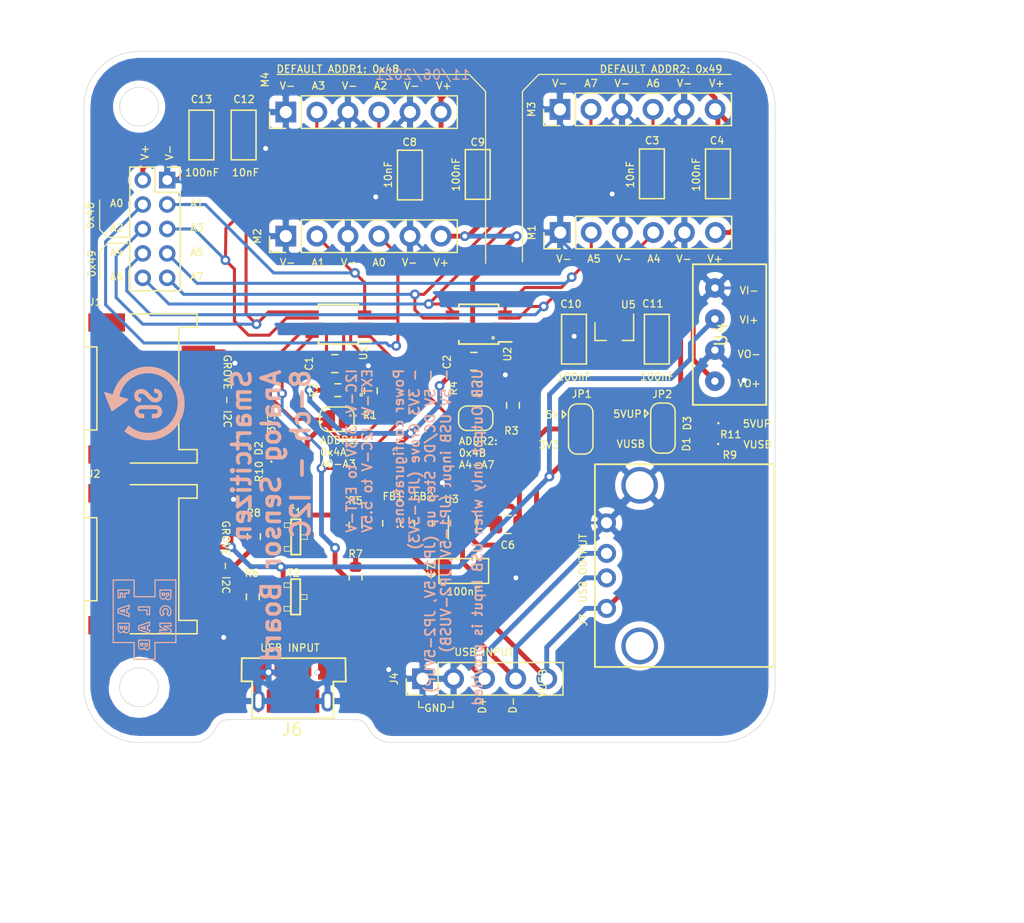
<source format=kicad_pcb>
(kicad_pcb (version 20171130) (host pcbnew "(5.1.10-1-10_14)")
  (layers (0 F.Cu signal) (31 B.Cu signal) (34 B.Paste user) (35 F.Paste user) (36 B.SilkS user hide) (37 F.SilkS user) (38 B.Mask user) (39 F.Mask user) (44 Edge.Cuts user))
  (net 0 "")
  (net 1 GND)
  (net 2 VCC)
  (net 3 SDA3V3)
  (net 4 SCL3V3)
  (net 5 A4)
  (net 6 A5)
  (net 7 A2)
  (net 8 A3)
  (net 9 A0)
  (net 10 A1)
  (net 11 A6)
  (net 12 A7)
  (net 13 ADDR1)
  (net 14 ALRT1)
  (net 15 ADDR2)
  (net 16 ALRT2)
  (net 17 SDA)
  (net 18 SCL)
  (net 19 VCC_PRE)
  (net 20 VUSB)
  (net 21 "Net-(D1-Pad1)")
  (net 22 VGROVE)
  (net 23 "Net-(D2-Pad1)")
  (net 24 D-)
  (net 25 D+)
  (net 26 "Net-(C7-Pad1)")
  (net 27 "Net-(C10-Pad1)")
  (net 28 5VGROVE)
  (net 29 "Net-(D3-Pad1)")
  (net 30 5VSEL)
  (module fab-SOT-23 (layer F.Cu) (at 143.3 105.13 90)
    (fp_text reference T2 (at 1.975 -0.15 180) (layer F.SilkS) (effects (font (size 0.6 0.6) (thickness 0.1))))
    (fp_text value NMOSFETSOT23 hide)
    (pad 1 smd rect (at 0.0254 1.016 90) (size 0.7874 0.889) (layers F.Cu F.Paste F.Mask) (net 18 SCL))
    (pad 2 smd rect (at -0.9398 -1.016 90) (size 0.7874 0.889) (layers F.Cu F.Paste F.Mask) (net 4 SCL3V3))
    (pad 3 smd rect (at 0.9906 -1.016 90) (size 0.7874 0.889) (layers F.Cu F.Paste F.Mask) (net 22 VGROVE))
  )
  (module Converter_DCDC:Converter_DCDC_RECOM_RO_3.309S (layer F.Cu) (at 177.6 83.65 90)
    (fp_text reference U4 (at 0 0.5 90) (layer F.SilkS))
    (fp_text value RO3.3-9S)
    (pad 1 thru_hole circle (at 3.81 0 90) (size 1.6 1.6) (drill 0.6) (layers *.Cu *.Mask) (net 1 GND))
    (pad 2 thru_hole circle (at 1.27 0 90) (size 1.6 1.6) (drill 0.6) (layers *.Cu *.Mask) (net 22 VGROVE))
    (pad 3 thru_hole circle (at -1.27 0 90) (size 1.6 1.6) (drill 0.6) (layers *.Cu *.Mask) (net 1 GND))
    (pad 4 thru_hole circle (at -3.81 0 90) (size 1.6 1.6) (drill 0.6) (layers *.Cu *.Mask) (net 27 "Net-(C10-Pad1)"))
  )
  (module Connector_USB:USB_Micro-B_XKB-U254-051T-4BH83-F1S_Horizontal (layer F.Cu) (at 143.09 112.28)
    (fp_text reference J6 (at -0.0762 3.668649) (layer F.SilkS))
    (fp_text value USB_B_Micro)
    (pad 7 thru_hole oval (at 2 -0.999991) (size 0.45 0.45) (drill 0.4) (layers *.Cu *.Mask))
    (pad 6 thru_hole oval (at -2 -0.999991) (size 0.5 0.5) (drill 0.45) (layers *.Cu *.Mask) (net 1 GND))
    (pad 5 thru_hole oval (at 2.825 1.350009) (size 1 1.7) (drill oval 0.5 1.2) (layers *.Cu *.Mask) (net 1 GND))
    (pad 5 thru_hole oval (at -2.825 1.350009) (size 1 1.7) (drill oval 0.5 1.2) (layers *.Cu *.Mask) (net 1 GND))
    (pad 5 smd rect (at 1.175 1.350009) (size 1.95 1.9) (layers F.Cu F.Paste F.Mask) (net 1 GND))
    (pad 5 smd rect (at -1.175 1.350009) (size 1.95 1.9) (layers F.Cu F.Paste F.Mask) (net 1 GND))
    (pad 5 smd rect (at 3.1 -1.199991) (size 2.1 1.6) (layers F.Cu F.Paste F.Mask) (net 1 GND))
    (pad 5 smd rect (at -3.1 -1.199991) (size 2.1 1.6) (layers F.Cu F.Paste F.Mask) (net 1 GND))
    (pad 5 smd rect (at 1.3 -1.324991) (size 0.4 1.35) (layers F.Cu F.Paste F.Mask) (net 1 GND))
    (pad 4 smd rect (at 0.65 -1.324991) (size 0.4 1.35) (layers F.Cu F.Paste F.Mask))
    (pad 3 smd rect (at 0 -1.324991) (size 0.4 1.35) (layers F.Cu F.Paste F.Mask) (net 25 D+))
    (pad 2 smd rect (at -0.65 -1.324991) (size 0.4 1.35) (layers F.Cu F.Paste F.Mask) (net 24 D-))
    (pad 1 smd rect (at -1.3 -1.324991) (size 0.4 1.35) (layers F.Cu F.Paste F.Mask) (net 20 VUSB))
  )
  (module logos:fablab (layer B.Cu) (at 135.32 106.66 270)
    (fp_text reference LO2 hide)
    (fp_text value fablab hide)
  )
  (module logos:smartcitizen (layer B.Cu) (at 130.91 89.45 270)
    (fp_text reference LO1 hide)
    (fp_text value smartcitizen hide)
  )
  (module Package_TO_SOT_SMD:SOT-23 (layer F.Cu) (at 169.375 83.375 270)
    (fp_text reference U5 (at -2.175 -1.15 180) (layer F.SilkS) (effects (font (size 0.6 0.6) (thickness 0.1))))
    (fp_text value LM3480-5.0)
    (pad 3 smd rect (at 1 0 270) (size 0.9 0.8) (layers F.Cu F.Paste F.Mask) (net 1 GND))
    (pad 2 smd rect (at -1 0.95 270) (size 0.9 0.8) (layers F.Cu F.Paste F.Mask) (net 27 "Net-(C10-Pad1)"))
    (pad 1 smd rect (at -1 -0.95 270) (size 0.9 0.8) (layers F.Cu F.Paste F.Mask) (net 28 5VGROVE))
  )
  (module Resistor_SMD:R_01005_0402Metric (layer F.Cu) (at 178.9 90.9 180)
    (fp_text reference R11 (at 0 -0.925) (layer F.SilkS) (effects (font (size 0.6 0.6) (thickness 0.1))))
    (fp_text value 1kΩ)
    (pad 2 smd roundrect (at 0.25 0 180) (size 0.4 0.3) (layers F.Cu F.Mask) (net 29 "Net-(D3-Pad1)"))
    (pad 1 smd roundrect (at -0.25 0 180) (size 0.4 0.3) (layers F.Cu F.Mask) (net 1 GND))
  )
  (module Jumper:SolderJumper-3_P1.3mm_Bridged12_RoundedPad1.0x1.5mm (layer F.Cu) (at 166.625 91.375 270)
    (fp_text reference JP4 hide)
    (fp_text value J3_Bridged12)
    (fp_poly (pts (xy -0.9 -0.3) (xy -0.4 -0.3) (xy -0.4 0.3) (xy -0.9 0.3)) (layer F.Cu) (width 0))
    (pad 1 smd custom (at -1.3 0 270) (size 1 0.5) (layers F.Cu F.Mask) (net 30 5VSEL) (options (clearance outline) (anchor rect)) (primitives (gr_circle (center 0 0.25) (end 0.5 0.25) (width 0)) (gr_circle (center 0 -0.25) (end 0.5 -0.25) (width 0)) (gr_poly (pts (xy 0.55 -0.75) (xy 0 -0.75) (xy 0 0.75) (xy 0.55 0.75)) (width 0))))
    (pad 2 smd rect (at 0 0 270) (size 1 1.5) (layers F.Cu F.Mask) (net 19 VCC_PRE))
    (pad 3 smd custom (at 1.3 0 270) (size 1 0.5) (layers F.Cu F.Mask) (net 22 VGROVE) (options (clearance outline) (anchor rect)) (primitives (gr_circle (center 0 0.25) (end 0.5 0.25) (width 0)) (gr_circle (center 0 -0.25) (end 0.5 -0.25) (width 0)) (gr_poly (pts (xy -0.55 -0.75) (xy 0 -0.75) (xy 0 0.75) (xy -0.55 0.75)) (width 0))))
  )
  (module Connector_USB:USB_A_Amphenol_87520-1110BLF (layer F.Cu) (at 171.45 102.55 90)
    (fp_text reference J7 (at -4.45 -4.6 90) (layer F.SilkS) (effects (font (size 0.6 0.6) (thickness 0.1))))
    (fp_text value USB_A)
    (pad 6 thru_hole circle (at -6.57 0 90) (size 3 3) (drill 2.3) (layers *.Cu *.Mask))
    (pad 5 thru_hole circle (at 6.57 0 90) (size 3 3) (drill 2.3) (layers *.Cu *.Mask) (net 1 GND))
    (pad 4 thru_hole circle (at 3.5 -2.71 90) (size 1.55 1.55) (drill 0.92) (layers *.Cu *.Mask) (net 1 GND))
    (pad 3 thru_hole circle (at 1 -2.71 90) (size 1.55 1.55) (drill 0.92) (layers *.Cu *.Mask) (net 25 D+))
    (pad 2 thru_hole circle (at -1 -2.71 90) (size 1.55 1.55) (drill 0.92) (layers *.Cu *.Mask) (net 24 D-))
    (pad 1 thru_hole circle (at -3.5 -2.71 90) (size 1.55 1.55) (drill 0.92) (layers *.Cu *.Mask) (net 20 VUSB))
  )
  (module LED_SMD:LED_0402_1005Metric (layer F.Cu) (at 176.8 90.9 180)
    (fp_text reference D3 (at 1.45 0 90) (layer F.SilkS) (effects (font (size 0.6 0.6) (thickness 0.1))))
    (fp_text value RED_LED)
    (pad 2 smd roundrect (at 0.485 0 180) (size 0.59 0.64) (layers F.Cu F.Paste F.Mask) (net 28 5VGROVE))
    (pad 1 smd roundrect (at -0.485 0 180) (size 0.59 0.64) (layers F.Cu F.Paste F.Mask) (net 29 "Net-(D3-Pad1)"))
  )
  (module Connector_PinSocket_2.00mm:PinSocket_2x05_P2.00mm_Vertical (layer F.Cu) (at 132.8 71.01)
    (fp_text reference J5 hide)
    (fp_text value Conn_02x05_Odd_Even)
    (pad 10 thru_hole oval (at -2 8) (size 1.35 1.35) (drill 0.8) (layers *.Cu *.Mask) (net 11 A6))
    (pad 9 thru_hole oval (at 0 8) (size 1.35 1.35) (drill 0.8) (layers *.Cu *.Mask) (net 12 A7))
    (pad 8 thru_hole oval (at -2 6) (size 1.35 1.35) (drill 0.8) (layers *.Cu *.Mask) (net 5 A4))
    (pad 7 thru_hole oval (at 0 6) (size 1.35 1.35) (drill 0.8) (layers *.Cu *.Mask) (net 6 A5))
    (pad 6 thru_hole oval (at -2 4) (size 1.35 1.35) (drill 0.8) (layers *.Cu *.Mask) (net 7 A2))
    (pad 5 thru_hole oval (at 0 4) (size 1.35 1.35) (drill 0.8) (layers *.Cu *.Mask) (net 8 A3))
    (pad 4 thru_hole oval (at -2 2) (size 1.35 1.35) (drill 0.8) (layers *.Cu *.Mask) (net 9 A0))
    (pad 3 thru_hole oval (at 0 2) (size 1.35 1.35) (drill 0.8) (layers *.Cu *.Mask) (net 10 A1))
    (pad 2 thru_hole oval (at -2 0) (size 1.35 1.35) (drill 0.8) (layers *.Cu *.Mask) (net 2 VCC))
    (pad 1 thru_hole rect (at 0 0) (size 1.35 1.35) (drill 0.8) (layers *.Cu *.Mask) (net 1 GND))
  )
  (module OPL_Connector:HW4-SMD-2.0-90D (layer F.Cu) (at 130.545 102.03 90)
    (fp_text reference J2 (at 6.975 -3.725 180) (layer F.SilkS) (effects (font (size 0.6 0.6) (thickness 0.1))))
    (fp_text value GROVE2)
    (pad 1 smd rect (at -2.99974 4.7997 180) (size 2.73812 1.00838) (layers F.Cu F.Paste F.Mask) (net 4 SCL3V3))
    (pad 2 smd rect (at -0.99822 4.7997 180) (size 2.73812 1.00838) (layers F.Cu F.Paste F.Mask) (net 3 SDA3V3))
    (pad 3 smd rect (at 0.99822 4.7997 180) (size 2.73812 1.00838) (layers F.Cu F.Paste F.Mask) (net 22 VGROVE))
    (pad 4 smd rect (at 2.99974 4.7997 180) (size 2.73812 1.00838) (layers F.Cu F.Paste F.Mask) (net 1 GND))
    (pad 5 smd rect (at -5.3975 -2.69838 180) (size 2.99974 1.5) (layers F.Cu F.Paste F.Mask))
    (pad 6 smd rect (at 5.3975 -2.69838 180) (size 2.99974 1.5) (layers F.Cu F.Paste F.Mask))
  )
  (module OPL_Connector:HW4-SMD-2.0-90D (layer F.Cu) (at 130.545 88.06 90)
    (fp_text reference J1 (at 7.075 -3.625 180) (layer F.SilkS) (effects (font (size 0.6 0.6) (thickness 0.1))))
    (fp_text value GROVE1)
    (pad 1 smd rect (at -2.99974 4.7997 180) (size 2.73812 1.00838) (layers F.Cu F.Paste F.Mask) (net 4 SCL3V3))
    (pad 2 smd rect (at -0.99822 4.7997 180) (size 2.73812 1.00838) (layers F.Cu F.Paste F.Mask) (net 3 SDA3V3))
    (pad 3 smd rect (at 0.99822 4.7997 180) (size 2.73812 1.00838) (layers F.Cu F.Paste F.Mask) (net 22 VGROVE))
    (pad 4 smd rect (at 2.99974 4.7997 180) (size 2.73812 1.00838) (layers F.Cu F.Paste F.Mask) (net 1 GND))
    (pad 5 smd rect (at -5.3975 -2.69838 180) (size 2.99974 1.5) (layers F.Cu F.Paste F.Mask))
    (pad 6 smd rect (at 5.3975 -2.69838 180) (size 2.99974 1.5) (layers F.Cu F.Paste F.Mask))
  )
  (module Package_TO_SOT_SMD:SOT-363_SC-70-6 (layer F.Cu) (at 156.96 99.19 90)
    (fp_text reference U3 (at 2.08 -0.9 180) (layer F.SilkS) (effects (font (size 0.6 0.6) (thickness 0.1))))
    (fp_text value SiP32431DR3)
    (pad 6 smd rect (at 0.95 -0.65 90) (size 0.65 0.4) (layers F.Cu F.Paste F.Mask))
    (pad 4 smd rect (at 0.95 0.65 90) (size 0.65 0.4) (layers F.Cu F.Paste F.Mask) (net 19 VCC_PRE))
    (pad 2 smd rect (at -0.95 0 90) (size 0.65 0.4) (layers F.Cu F.Paste F.Mask) (net 1 GND))
    (pad 5 smd rect (at 0.95 0 90) (size 0.65 0.4) (layers F.Cu F.Paste F.Mask) (net 1 GND))
    (pad 3 smd rect (at -0.95 0.65 90) (size 0.65 0.4) (layers F.Cu F.Paste F.Mask) (net 22 VGROVE))
    (pad 1 smd rect (at -0.95 -0.65 90) (size 0.65 0.4) (layers F.Cu F.Paste F.Mask) (net 26 "Net-(C7-Pad1)"))
  )
  (module Package_SO:TSSOP-10_3x3mm_P0.5mm (layer F.Cu) (at 158.285 82.8 180)
    (fp_text reference U2 (at -2.35 -2.45 270) (layer F.SilkS) (effects (font (size 0.6 0.6) (thickness 0.1))))
    (fp_text value ADS1115IDGSR)
    (pad 10 smd rect (at 2.15 -1 180) (size 1.1 0.25) (layers F.Cu F.Paste F.Mask) (net 18 SCL))
    (pad 9 smd rect (at 2.15 -0.5 180) (size 1.1 0.25) (layers F.Cu F.Paste F.Mask) (net 17 SDA))
    (pad 8 smd rect (at 2.15 0 180) (size 1.1 0.25) (layers F.Cu F.Paste F.Mask) (net 2 VCC))
    (pad 7 smd rect (at 2.15 0.5 180) (size 1.1 0.25) (layers F.Cu F.Paste F.Mask) (net 12 A7))
    (pad 6 smd rect (at 2.15 1 180) (size 1.1 0.25) (layers F.Cu F.Paste F.Mask) (net 11 A6))
    (pad 5 smd rect (at -2.15 1 180) (size 1.1 0.25) (layers F.Cu F.Paste F.Mask) (net 6 A5))
    (pad 4 smd rect (at -2.15 0.5 180) (size 1.1 0.25) (layers F.Cu F.Paste F.Mask) (net 5 A4))
    (pad 3 smd rect (at -2.15 0 180) (size 1.1 0.25) (layers F.Cu F.Paste F.Mask) (net 1 GND))
    (pad 2 smd rect (at -2.15 -0.5 180) (size 1.1 0.25) (layers F.Cu F.Paste F.Mask) (net 16 ALRT2))
    (pad 1 smd rect (at -2.15 -1 180) (size 1.1 0.25) (layers F.Cu F.Paste F.Mask) (net 15 ADDR2))
  )
  (module Resistor_SMD:R_01005_0402Metric (layer F.Cu) (at 141.32 95.03 90)
    (fp_text reference R10 (at 0.175 -1 90) (layer F.SilkS) (effects (font (size 0.6 0.6) (thickness 0.1))))
    (fp_text value 1kΩ)
    (pad 2 smd roundrect (at 0.25 0 90) (size 0.4 0.3) (layers F.Cu F.Mask) (net 23 "Net-(D2-Pad1)"))
    (pad 1 smd roundrect (at -0.25 0 90) (size 0.4 0.3) (layers F.Cu F.Mask) (net 1 GND))
  )
  (module Resistor_SMD:R_01005_0402Metric (layer F.Cu) (at 178.825 92.6 180)
    (fp_text reference R9 (at 0 -0.9) (layer F.SilkS) (effects (font (size 0.6 0.6) (thickness 0.1))))
    (fp_text value 1kΩ)
    (pad 2 smd roundrect (at 0.25 0 180) (size 0.4 0.3) (layers F.Cu F.Mask) (net 21 "Net-(D1-Pad1)"))
    (pad 1 smd roundrect (at -0.25 0 180) (size 0.4 0.3) (layers F.Cu F.Mask) (net 1 GND))
  )
  (module Resistor_SMD:R_0603_1608Metric (layer F.Cu) (at 139.895 100.18 270)
    (fp_text reference R8 (at -1.94 0.02 180) (layer F.SilkS) (effects (font (size 0.6 0.6) (thickness 0.1))))
    (fp_text value 10kΩ)
    (pad 2 smd roundrect (at 0.825 0 270) (size 0.8 0.95) (layers F.Cu F.Paste F.Mask) (net 3 SDA3V3))
    (pad 1 smd roundrect (at -0.825 0 270) (size 0.8 0.95) (layers F.Cu F.Paste F.Mask) (net 22 VGROVE))
  )
  (module Resistor_SMD:R_0603_1608Metric (layer F.Cu) (at 148.21 103.49 270)
    (fp_text reference R7 (at -1.9 0 180) (layer F.SilkS) (effects (font (size 0.6 0.6) (thickness 0.1))))
    (fp_text value 10kΩ)
    (pad 2 smd roundrect (at 0.825 0 270) (size 0.8 0.95) (layers F.Cu F.Paste F.Mask) (net 18 SCL))
    (pad 1 smd roundrect (at -0.825 0 270) (size 0.8 0.95) (layers F.Cu F.Paste F.Mask) (net 2 VCC))
  )
  (module Resistor_SMD:R_0603_1608Metric (layer F.Cu) (at 139.8 105.105 270)
    (fp_text reference R6 (at -1.94 0.08 180) (layer F.SilkS) (effects (font (size 0.6 0.6) (thickness 0.1))))
    (fp_text value 10kΩ)
    (pad 2 smd roundrect (at 0.825 0 270) (size 0.8 0.95) (layers F.Cu F.Paste F.Mask) (net 4 SCL3V3))
    (pad 1 smd roundrect (at -0.825 0 270) (size 0.8 0.95) (layers F.Cu F.Paste F.Mask) (net 22 VGROVE))
  )
  (module Resistor_SMD:R_0603_1608Metric (layer F.Cu) (at 148.21 99.24 90)
    (fp_text reference R5 (at 2 0 180) (layer F.SilkS) (effects (font (size 0.6 0.6) (thickness 0.1))))
    (fp_text value 10kΩ)
    (pad 2 smd roundrect (at 0.825 0 90) (size 0.8 0.95) (layers F.Cu F.Paste F.Mask) (net 17 SDA))
    (pad 1 smd roundrect (at -0.825 0 90) (size 0.8 0.95) (layers F.Cu F.Paste F.Mask) (net 2 VCC))
  )
  (module Resistor_SMD:R_0603_1608Metric (layer F.Cu) (at 158.185 88.045 180)
    (fp_text reference R4 (at 1.975 0 270) (layer F.SilkS) (effects (font (size 0.6 0.6) (thickness 0.1))))
    (fp_text value 10kΩ)
    (pad 2 smd roundrect (at 0.825 0 180) (size 0.8 0.95) (layers F.Cu F.Paste F.Mask) (net 16 ALRT2))
    (pad 1 smd roundrect (at -0.825 0 180) (size 0.8 0.95) (layers F.Cu F.Paste F.Mask) (net 2 VCC))
  )
  (module Resistor_SMD:R_0603_1608Metric (layer F.Cu) (at 161.085 89.445 90)
    (fp_text reference R3 (at -2.075 -0.125) (layer F.SilkS) (effects (font (size 0.6 0.6) (thickness 0.1))))
    (fp_text value 10kΩ)
    (pad 2 smd roundrect (at 0.825 0 90) (size 0.8 0.95) (layers F.Cu F.Paste F.Mask) (net 2 VCC))
    (pad 1 smd roundrect (at -0.825 0 90) (size 0.8 0.95) (layers F.Cu F.Paste F.Mask) (net 15 ADDR2))
  )
  (module Resistor_SMD:R_0603_1608Metric (layer F.Cu) (at 146.755 88.2)
    (fp_text reference R2 (at -1.975 0 270) (layer F.SilkS) (effects (font (size 0.6 0.6) (thickness 0.1))))
    (fp_text value 10kΩ)
    (pad 2 smd roundrect (at 0.825 0) (size 0.8 0.95) (layers F.Cu F.Paste F.Mask) (net 14 ALRT1))
    (pad 1 smd roundrect (at -0.825 0) (size 0.8 0.95) (layers F.Cu F.Paste F.Mask) (net 2 VCC))
  )
  (module Resistor_SMD:R_0603_1608Metric (layer F.Cu) (at 149.455 88.25 90)
    (fp_text reference R1 (at -2 -0.075) (layer F.SilkS) (effects (font (size 0.6 0.6) (thickness 0.1))))
    (fp_text value 10kΩ)
    (pad 2 smd roundrect (at 0.825 0 90) (size 0.8 0.95) (layers F.Cu F.Paste F.Mask) (net 1 GND))
    (pad 1 smd roundrect (at -0.825 0 90) (size 0.8 0.95) (layers F.Cu F.Paste F.Mask) (net 13 ADDR1))
  )
  (module Connector_PinHeader_2.54mm:PinHeader_1x06_P2.54mm_Vertical (layer F.Cu) (at 142.5 65.45 90)
    (fp_text reference M4 (at 2.65 -1.7 90) (layer F.SilkS) (effects (font (size 0.6 0.6) (thickness 0.1))))
    (fp_text value PINHD-1x06-HEADER)
    (pad 6 thru_hole oval (at 0 12.7 90) (size 1.7 1.7) (drill 1) (layers *.Cu *.Mask) (net 2 VCC))
    (pad 5 thru_hole oval (at 0 10.16 90) (size 1.7 1.7) (drill 1) (layers *.Cu *.Mask) (net 1 GND))
    (pad 4 thru_hole oval (at 0 7.62 90) (size 1.7 1.7) (drill 1) (layers *.Cu *.Mask) (net 7 A2))
    (pad 3 thru_hole oval (at 0 5.08 90) (size 1.7 1.7) (drill 1) (layers *.Cu *.Mask) (net 1 GND))
    (pad 2 thru_hole oval (at 0 2.54 90) (size 1.7 1.7) (drill 1) (layers *.Cu *.Mask) (net 8 A3))
    (pad 1 thru_hole rect (at 0 0 90) (size 1.7 1.7) (drill 1) (layers *.Cu *.Mask) (net 1 GND))
  )
  (module Connector_PinHeader_2.54mm:PinHeader_1x06_P2.54mm_Vertical (layer F.Cu) (at 164.925 65.225 90)
    (fp_text reference M3 (at 0 -2.33 90) (layer F.SilkS) (effects (font (size 0.6 0.6) (thickness 0.1))))
    (fp_text value PINHD-1x06-HEADER)
    (pad 6 thru_hole oval (at 0 12.7 90) (size 1.7 1.7) (drill 1) (layers *.Cu *.Mask) (net 2 VCC))
    (pad 5 thru_hole oval (at 0 10.16 90) (size 1.7 1.7) (drill 1) (layers *.Cu *.Mask) (net 1 GND))
    (pad 4 thru_hole oval (at 0 7.62 90) (size 1.7 1.7) (drill 1) (layers *.Cu *.Mask) (net 11 A6))
    (pad 3 thru_hole oval (at 0 5.08 90) (size 1.7 1.7) (drill 1) (layers *.Cu *.Mask) (net 1 GND))
    (pad 2 thru_hole oval (at 0 2.54 90) (size 1.7 1.7) (drill 1) (layers *.Cu *.Mask) (net 12 A7))
    (pad 1 thru_hole rect (at 0 0 90) (size 1.7 1.7) (drill 1) (layers *.Cu *.Mask) (net 1 GND))
  )
  (module Connector_PinHeader_2.54mm:PinHeader_1x06_P2.54mm_Vertical (layer F.Cu) (at 142.5 75.6 90)
    (fp_text reference M2 (at 0 -2.33 90) (layer F.SilkS) (effects (font (size 0.6 0.6) (thickness 0.1))))
    (fp_text value PINHD-1x06-HEADER)
    (pad 6 thru_hole oval (at 0 12.7 90) (size 1.7 1.7) (drill 1) (layers *.Cu *.Mask) (net 2 VCC))
    (pad 5 thru_hole oval (at 0 10.16 90) (size 1.7 1.7) (drill 1) (layers *.Cu *.Mask) (net 1 GND))
    (pad 4 thru_hole oval (at 0 7.62 90) (size 1.7 1.7) (drill 1) (layers *.Cu *.Mask) (net 9 A0))
    (pad 3 thru_hole oval (at 0 5.08 90) (size 1.7 1.7) (drill 1) (layers *.Cu *.Mask) (net 1 GND))
    (pad 2 thru_hole oval (at 0 2.54 90) (size 1.7 1.7) (drill 1) (layers *.Cu *.Mask) (net 10 A1))
    (pad 1 thru_hole rect (at 0 0 90) (size 1.7 1.7) (drill 1) (layers *.Cu *.Mask) (net 1 GND))
  )
  (module Connector_PinHeader_2.54mm:PinHeader_1x06_P2.54mm_Vertical (layer F.Cu) (at 164.95 75.3 90)
    (fp_text reference M1 (at 0 -2.33 90) (layer F.SilkS) (effects (font (size 0.6 0.6) (thickness 0.1))))
    (fp_text value PINHD-1x06-HEADER)
    (pad 6 thru_hole oval (at 0 12.7 90) (size 1.7 1.7) (drill 1) (layers *.Cu *.Mask) (net 2 VCC))
    (pad 5 thru_hole oval (at 0 10.16 90) (size 1.7 1.7) (drill 1) (layers *.Cu *.Mask) (net 1 GND))
    (pad 4 thru_hole oval (at 0 7.62 90) (size 1.7 1.7) (drill 1) (layers *.Cu *.Mask) (net 5 A4))
    (pad 3 thru_hole oval (at 0 5.08 90) (size 1.7 1.7) (drill 1) (layers *.Cu *.Mask) (net 1 GND))
    (pad 2 thru_hole oval (at 0 2.54 90) (size 1.7 1.7) (drill 1) (layers *.Cu *.Mask) (net 6 A5))
    (pad 1 thru_hole rect (at 0 0 90) (size 1.7 1.7) (drill 1) (layers *.Cu *.Mask) (net 1 GND))
  )
  (module Connector_PinHeader_2.54mm:PinHeader_1x05_P2.54mm_Vertical (layer F.Cu) (at 153.685 111.805 90)
    (fp_text reference J4 (at 0 -2.33 90) (layer F.SilkS) (effects (font (size 0.6 0.6) (thickness 0.1))))
    (fp_text value USB_BULGIN)
    (pad 5 thru_hole oval (at 0 10.16 90) (size 1.7 1.7) (drill 1) (layers *.Cu *.Mask) (net 20 VUSB))
    (pad 4 thru_hole oval (at 0 7.62 90) (size 1.7 1.7) (drill 1) (layers *.Cu *.Mask) (net 24 D-))
    (pad 3 thru_hole oval (at 0 5.08 90) (size 1.7 1.7) (drill 1) (layers *.Cu *.Mask) (net 25 D+))
    (pad 2 thru_hole oval (at 0 2.54 90) (size 1.7 1.7) (drill 1) (layers *.Cu *.Mask) (net 1 GND))
    (pad 1 thru_hole rect (at 0 0 90) (size 1.7 1.7) (drill 1) (layers *.Cu *.Mask) (net 1 GND))
  )
  (module Resistor_SMD:R_0805_2012Metric (layer F.Cu) (at 153.76 99.09 90)
    (fp_text reference FB2 (at 2.2 0 180) (layer F.SilkS) (effects (font (size 0.6 0.6) (thickness 0.1))))
    (fp_text value 1.5kΩ)
    (pad 2 smd roundrect (at 0.9125 0 90) (size 1.025 1.4) (layers F.Cu F.Paste F.Mask) (roundrect_rratio 0.243902) (net 1 GND))
    (pad 1 smd roundrect (at -0.9125 0 90) (size 1.025 1.4) (layers F.Cu F.Paste F.Mask) (roundrect_rratio 0.243902) (net 1 GND))
  )
  (module Resistor_SMD:R_0805_2012Metric (layer F.Cu) (at 151.16 99.09 270)
    (fp_text reference FB1 (at -2.2 -0.1 180) (layer F.SilkS) (effects (font (size 0.6 0.6) (thickness 0.1))))
    (fp_text value 1.5kΩ)
    (pad 2 smd roundrect (at 0.9125 0 270) (size 1.025 1.4) (layers F.Cu F.Paste F.Mask) (roundrect_rratio 0.243902) (net 26 "Net-(C7-Pad1)"))
    (pad 1 smd roundrect (at -0.9125 0 270) (size 1.025 1.4) (layers F.Cu F.Paste F.Mask) (roundrect_rratio 0.243902) (net 2 VCC))
  )
  (module LED_SMD:LED_0402_1005Metric (layer F.Cu) (at 141.32 92.955 90)
    (fp_text reference D2 (at 0 -1.03 90) (layer F.SilkS) (effects (font (size 0.6 0.6) (thickness 0.1))))
    (fp_text value WHITE_LED)
    (pad 2 smd roundrect (at 0.485 0 90) (size 0.59 0.64) (layers F.Cu F.Paste F.Mask) (net 22 VGROVE))
    (pad 1 smd roundrect (at -0.485 0 90) (size 0.59 0.64) (layers F.Cu F.Paste F.Mask) (net 23 "Net-(D2-Pad1)"))
  )
  (module LED_SMD:LED_0402_1005Metric (layer F.Cu) (at 176.775 92.6 180)
    (fp_text reference D1 (at 1.5 -0.025 90) (layer F.SilkS) (effects (font (size 0.6 0.6) (thickness 0.1))))
    (fp_text value RED_LED)
    (pad 2 smd roundrect (at 0.485 0 180) (size 0.59 0.64) (layers F.Cu F.Paste F.Mask) (net 20 VUSB))
    (pad 1 smd roundrect (at -0.485 0 180) (size 0.59 0.64) (layers F.Cu F.Paste F.Mask) (net 21 "Net-(D1-Pad1)"))
  )
  (module Capacitor_SMD:C_0805_2012Metric (layer F.Cu) (at 160.66 99.19 180)
    (fp_text reference C6 (at 0 -1.68) (layer F.SilkS) (effects (font (size 0.6 0.6) (thickness 0.1))))
    (fp_text value 1uF)
    (pad 2 smd roundrect (at 0.95 0 180) (size 1 1.45) (layers F.Cu F.Paste F.Mask) (net 1 GND))
    (pad 1 smd roundrect (at -0.95 0 180) (size 1 1.45) (layers F.Cu F.Paste F.Mask) (net 19 VCC_PRE))
  )
  (module Capacitor_SMD:C_0805_2012Metric (layer F.Cu) (at 157.885 85.845)
    (fp_text reference C2 (at -2.2 0.05 90) (layer F.SilkS) (effects (font (size 0.6 0.6) (thickness 0.1))))
    (fp_text value 1uF)
    (pad 2 smd roundrect (at 0.95 0) (size 1 1.45) (layers F.Cu F.Paste F.Mask) (net 1 GND))
    (pad 1 smd roundrect (at -0.95 0) (size 1 1.45) (layers F.Cu F.Paste F.Mask) (net 2 VCC))
  )
  (module Capacitor_SMD:C_0805_2012Metric (layer F.Cu) (at 146.505 86.025)
    (fp_text reference C1 (at -2.1 0 90) (layer F.SilkS) (effects (font (size 0.6 0.6) (thickness 0.1))))
    (fp_text value 1uF)
    (pad 2 smd roundrect (at 0.95 0) (size 1 1.45) (layers F.Cu F.Paste F.Mask) (net 1 GND))
    (pad 1 smd roundrect (at -0.95 0) (size 1 1.45) (layers F.Cu F.Paste F.Mask) (net 2 VCC))
  )
  (module Jumper:SolderJumper-2_P1.3mm_Open_RoundedPad1.0x1.5mm (layer F.Cu) (at 158.035 90.495 180)
    (fp_text reference JP3 hide)
    (fp_text value Jumper_2_Open)
    (pad 2 smd custom (at 0.65 0 180) (size 1 0.5) (layers F.Cu F.Mask) (net 18 SCL) (options (clearance outline) (anchor rect)) (primitives (gr_circle (center 0 0.25) (end 0.5 0.25) (width 0)) (gr_circle (center 0 -0.25) (end 0.5 -0.25) (width 0)) (gr_poly (pts (xy 0 -0.75) (xy -0.5 -0.75) (xy -0.5 0.75) (xy 0 0.75)) (width 0))))
    (pad 1 smd custom (at -0.65 0 180) (size 1 0.5) (layers F.Cu F.Mask) (net 15 ADDR2) (options (clearance outline) (anchor rect)) (primitives (gr_circle (center 0 0.25) (end 0.5 0.25) (width 0)) (gr_circle (center 0 -0.25) (end 0.5 -0.25) (width 0)) (gr_poly (pts (xy 0 -0.75) (xy 0.5 -0.75) (xy 0.5 0.75) (xy 0 0.75)) (width 0))))
  )
  (module Jumper:SolderJumper-2_P1.3mm_Open_RoundedPad1.0x1.5mm (layer F.Cu) (at 146.68 90.575 180)
    (fp_text reference JP2 hide)
    (fp_text value Jumper_2_Open)
    (pad 2 smd custom (at 0.65 0 180) (size 1 0.5) (layers F.Cu F.Mask) (net 17 SDA) (options (clearance outline) (anchor rect)) (primitives (gr_circle (center 0 0.25) (end 0.5 0.25) (width 0)) (gr_circle (center 0 -0.25) (end 0.5 -0.25) (width 0)) (gr_poly (pts (xy 0 -0.75) (xy -0.5 -0.75) (xy -0.5 0.75) (xy 0 0.75)) (width 0))))
    (pad 1 smd custom (at -0.65 0 180) (size 1 0.5) (layers F.Cu F.Mask) (net 13 ADDR1) (options (clearance outline) (anchor rect)) (primitives (gr_circle (center 0 0.25) (end 0.5 0.25) (width 0)) (gr_circle (center 0 -0.25) (end 0.5 -0.25) (width 0)) (gr_poly (pts (xy 0 -0.75) (xy 0.5 -0.75) (xy 0.5 0.75) (xy 0 0.75)) (width 0))))
  )
  (module Jumper:SolderJumper-3_P1.3mm_Bridged12_RoundedPad1.0x1.5mm (layer F.Cu) (at 173.35 91.3 270)
    (fp_text reference JP1 hide)
    (fp_text value J3_Bridged12)
    (fp_poly (pts (xy -0.9 -0.3) (xy -0.4 -0.3) (xy -0.4 0.3) (xy -0.9 0.3)) (layer F.Cu) (width 0))
    (pad 1 smd custom (at -1.3 0 270) (size 1 0.5) (layers F.Cu F.Mask) (net 28 5VGROVE) (options (clearance outline) (anchor rect)) (primitives (gr_circle (center 0 0.25) (end 0.5 0.25) (width 0)) (gr_circle (center 0 -0.25) (end 0.5 -0.25) (width 0)) (gr_poly (pts (xy 0.55 -0.75) (xy 0 -0.75) (xy 0 0.75) (xy 0.55 0.75)) (width 0))))
    (pad 2 smd rect (at 0 0 270) (size 1 1.5) (layers F.Cu F.Mask) (net 30 5VSEL))
    (pad 3 smd custom (at 1.3 0 270) (size 1 0.5) (layers F.Cu F.Mask) (net 20 VUSB) (options (clearance outline) (anchor rect)) (primitives (gr_circle (center 0 0.25) (end 0.5 0.25) (width 0)) (gr_circle (center 0 -0.25) (end 0.5 -0.25) (width 0)) (gr_poly (pts (xy -0.55 -0.75) (xy 0 -0.75) (xy 0 0.75) (xy -0.55 0.75)) (width 0))))
  )
  (module Package_SO:TSSOP-10_3x3mm_P0.5mm (layer F.Cu) (at 146.8 82.8 180)
    (fp_text reference U1 (at -2.05 -2.35 270) (layer F.SilkS) (effects (font (size 0.6 0.6) (thickness 0.1))))
    (fp_text value ADS1115IDGSR)
    (pad 10 smd rect (at 2.15 -1 180) (size 1.1 0.25) (layers F.Cu F.Paste F.Mask) (net 18 SCL))
    (pad 9 smd rect (at 2.15 -0.5 180) (size 1.1 0.25) (layers F.Cu F.Paste F.Mask) (net 17 SDA))
    (pad 8 smd rect (at 2.15 0 180) (size 1.1 0.25) (layers F.Cu F.Paste F.Mask) (net 2 VCC))
    (pad 7 smd rect (at 2.15 0.5 180) (size 1.1 0.25) (layers F.Cu F.Paste F.Mask) (net 8 A3))
    (pad 6 smd rect (at 2.15 1 180) (size 1.1 0.25) (layers F.Cu F.Paste F.Mask) (net 7 A2))
    (pad 5 smd rect (at -2.15 1 180) (size 1.1 0.25) (layers F.Cu F.Paste F.Mask) (net 10 A1))
    (pad 4 smd rect (at -2.15 0.5 180) (size 1.1 0.25) (layers F.Cu F.Paste F.Mask) (net 9 A0))
    (pad 3 smd rect (at -2.15 0 180) (size 1.1 0.25) (layers F.Cu F.Paste F.Mask) (net 1 GND))
    (pad 2 smd rect (at -2.15 -0.5 180) (size 1.1 0.25) (layers F.Cu F.Paste F.Mask) (net 14 ALRT1))
    (pad 1 smd rect (at -2.15 -1 180) (size 1.1 0.25) (layers F.Cu F.Paste F.Mask) (net 13 ADDR1))
  )
  (module fab-C1206FAB (layer F.Cu) (at 172.45 70.5 270)
    (fp_text reference C3 (at -2.72 -0.02 180) (layer F.SilkS) (effects (font (size 0.6 0.6) (thickness 0.1))))
    (fp_text value 10nF (at 0.061999 1.778 90) (layer F.SilkS) (effects (font (size 0.6 0.6) (thickness 0.1))))
    (pad 2 smd rect (at 1.651 0 270) (size 1.27 1.905) (layers F.Cu F.Paste F.Mask) (net 1 GND))
    (pad 1 smd rect (at -1.651 0 270) (size 1.27 1.905) (layers F.Cu F.Paste F.Mask) (net 2 VCC))
  )
  (module fab-C1206FAB (layer F.Cu) (at 177.85 70.5 270)
    (fp_text reference C4 (at -2.72 0.07 180) (layer F.SilkS) (effects (font (size 0.6 0.6) (thickness 0.1))))
    (fp_text value 100nF (at 0.062 1.778 90) (layer F.SilkS) (effects (font (size 0.6 0.6) (thickness 0.1))))
    (pad 1 smd rect (at -1.651 0 270) (size 1.27 1.905) (layers F.Cu F.Paste F.Mask) (net 2 VCC))
    (pad 2 smd rect (at 1.651 0 270) (size 1.27 1.905) (layers F.Cu F.Paste F.Mask) (net 1 GND))
  )
  (module fab-C1206FAB (layer F.Cu) (at 157.06 102.99)
    (fp_text reference C7 (at -2.65 0 90) (layer F.SilkS) (effects (font (size 0.6 0.6) (thickness 0.1))))
    (fp_text value 100nF (at -0.03 1.69) (layer F.SilkS) (effects (font (size 0.6 0.6) (thickness 0.1))))
    (pad 1 smd rect (at -1.651 0) (size 1.27 1.905) (layers F.Cu F.Paste F.Mask) (net 26 "Net-(C7-Pad1)"))
    (pad 2 smd rect (at 1.651 0) (size 1.27 1.905) (layers F.Cu F.Paste F.Mask) (net 1 GND))
  )
  (module fab-C1206FAB (layer F.Cu) (at 152.65 70.6 270)
    (fp_text reference C8 (at -2.69 0.02 180) (layer F.SilkS) (effects (font (size 0.6 0.6) (thickness 0.1))))
    (fp_text value 10nF (at -0.038001 1.778 90) (layer F.SilkS) (effects (font (size 0.6 0.6) (thickness 0.1))))
    (pad 1 smd rect (at -1.651 0 270) (size 1.27 1.905) (layers F.Cu F.Paste F.Mask) (net 2 VCC))
    (pad 2 smd rect (at 1.651 0 270) (size 1.27 1.905) (layers F.Cu F.Paste F.Mask) (net 1 GND))
  )
  (module fab-C1206FAB (layer F.Cu) (at 158.2 70.55 270)
    (fp_text reference C9 (at -2.64 0 180) (layer F.SilkS) (effects (font (size 0.6 0.6) (thickness 0.1))))
    (fp_text value 100nF (at 0.012 1.778 90) (layer F.SilkS) (effects (font (size 0.6 0.6) (thickness 0.1))))
    (pad 2 smd rect (at 1.651 0 270) (size 1.27 1.905) (layers F.Cu F.Paste F.Mask) (net 1 GND))
    (pad 1 smd rect (at -1.651 0 270) (size 1.27 1.905) (layers F.Cu F.Paste F.Mask) (net 2 VCC))
  )
  (module fab-C1206FAB (layer F.Cu) (at 166.075 84.025 270)
    (fp_text reference C10 (at -2.875 0.25 180) (layer F.SilkS) (effects (font (size 0.6 0.6) (thickness 0.1))))
    (fp_text value 100nF (at 3.075 0 180) (layer F.SilkS) (effects (font (size 0.6 0.6) (thickness 0.1))))
    (pad 2 smd rect (at 1.651 0 270) (size 1.27 1.905) (layers F.Cu F.Paste F.Mask) (net 1 GND))
    (pad 1 smd rect (at -1.651 0 270) (size 1.27 1.905) (layers F.Cu F.Paste F.Mask) (net 27 "Net-(C10-Pad1)"))
  )
  (module fab-C1206FAB (layer F.Cu) (at 172.85 84.025 270)
    (fp_text reference C11 (at -2.9 0.325 180) (layer F.SilkS) (effects (font (size 0.6 0.6) (thickness 0.1))))
    (fp_text value 100nF (at 3.075 -0.025 180) (layer F.SilkS) (effects (font (size 0.6 0.6) (thickness 0.1))))
    (pad 1 smd rect (at -1.651 0 270) (size 1.27 1.905) (layers F.Cu F.Paste F.Mask) (net 28 5VGROVE))
    (pad 2 smd rect (at 1.651 0 270) (size 1.27 1.905) (layers F.Cu F.Paste F.Mask) (net 1 GND))
  )
  (module fab-C1206FAB (layer F.Cu) (at 139.05 67.325 270)
    (fp_text reference C12 (at -2.925 -0.03 180) (layer F.SilkS) (effects (font (size 0.6 0.6) (thickness 0.1))))
    (fp_text value 10nF (at 3.075 -0.15 180) (layer F.SilkS) (effects (font (size 0.6 0.6) (thickness 0.1))))
    (pad 1 smd rect (at -1.651 0 270) (size 1.27 1.905) (layers F.Cu F.Paste F.Mask) (net 2 VCC))
    (pad 2 smd rect (at 1.651 0 270) (size 1.27 1.905) (layers F.Cu F.Paste F.Mask) (net 1 GND))
  )
  (module fab-C1206FAB (layer F.Cu) (at 135.6 67.325 270)
    (fp_text reference C13 (at -2.925 0) (layer F.SilkS) (effects (font (size 0.6 0.6) (thickness 0.1))))
    (fp_text value 100nF (at 3.075 -0.045 180) (layer F.SilkS) (effects (font (size 0.6 0.6) (thickness 0.1))))
    (pad 2 smd rect (at 1.651 0 270) (size 1.27 1.905) (layers F.Cu F.Paste F.Mask) (net 1 GND))
    (pad 1 smd rect (at -1.651 0 270) (size 1.27 1.905) (layers F.Cu F.Paste F.Mask) (net 2 VCC))
  )
  (module fab-SOT-23 (layer F.Cu) (at 143.32 100.23 90)
    (fp_text reference T1 (at 2.05 -0.025 180) (layer F.SilkS) (effects (font (size 0.6 0.6) (thickness 0.1))))
    (fp_text value NMOSFETSOT23 hide)
    (pad 3 smd rect (at 0.9906 -1.016 90) (size 0.7874 0.889) (layers F.Cu F.Paste F.Mask) (net 22 VGROVE))
    (pad 2 smd rect (at -0.9398 -1.016 90) (size 0.7874 0.889) (layers F.Cu F.Paste F.Mask) (net 3 SDA3V3))
    (pad 1 smd rect (at 0.0254 1.016 90) (size 0.7874 0.889) (layers F.Cu F.Paste F.Mask) (net 17 SDA))
  )
  (gr_text V- (at 152.800882 63.298154) (layer F.SilkS) (effects (font (size 0.6 0.6) (thickness 0.1))))
  (gr_text V- (at 147.714081 63.298154) (layer F.SilkS) (effects (font (size 0.6 0.6) (thickness 0.1))))
  (gr_text V- (at 142.62728 63.298154) (layer F.SilkS) (effects (font (size 0.6 0.6) (thickness 0.1))))
  (gr_text V- (at 142.64728 77.75744) (layer F.SilkS) (effects (font (size 0.6 0.6) (thickness 0.1))))
  (gr_text V- (at 147.638081 77.75744) (layer F.SilkS) (effects (font (size 0.6 0.6) (thickness 0.1))))
  (gr_text V- (at 152.628882 77.75744) (layer F.SilkS) (effects (font (size 0.6 0.6) (thickness 0.1))))
  (gr_text V- (at 175.074882 77.45744) (layer F.SilkS) (effects (font (size 0.6 0.6) (thickness 0.1))))
  (gr_text V- (at 170.166081 77.45744) (layer F.SilkS) (effects (font (size 0.6 0.6) (thickness 0.1))))
  (gr_text V- (at 165.25728 77.45744) (layer F.SilkS) (effects (font (size 0.6 0.6) (thickness 0.1))))
  (gr_text V- (at 175.118882 63.09744) (layer F.SilkS) (effects (font (size 0.6 0.6) (thickness 0.1))))
  (gr_text V- (at 170.018081 63.09744) (layer F.SilkS) (effects (font (size 0.6 0.6) (thickness 0.1))))
  (gr_arc (start 178.01 65) (end 182.53 65) (angle -90) (layer Edge.Cuts) (width 0.05))
  (gr_line (start 130.5 60.48) (end 178.01 60.48) (layer Edge.Cuts) (width 0.05))
  (gr_arc (start 178 112.5) (end 178 117.02) (angle -90) (layer Edge.Cuts) (width 0.05))
  (gr_arc (start 130.5 65) (end 130.5 60.48) (angle -90) (layer Edge.Cuts) (width 0.05))
  (gr_arc (start 130.5 112.5) (end 125.98 112.5) (angle -90) (layer Edge.Cuts) (width 0.05))
  (gr_circle (center 130.5 65) (end 132.088238 65) (layer Edge.Cuts) (width 0.05))
  (gr_text 11/06/2021 (at 153.69 62.39) (layer B.SilkS) (effects (font (size 0.8 0.8) (thickness 0.1)) (justify mirror)))
  (gr_text "I2C-V: 3.3V to EXT-V\nEXT-V: I2C-V to 5.5V\n\nPower configurations:\n- 3V3 Grove (JP1-3V3)\n- 5V DC/DC Step up (JP1-5V, JP2-5VUP)\n- 5V USB input (JP1-5V, JP2-VUSB)\n\nUSB Output only when USB Input is provided" (at 153.03 86.370727 90) (layer B.SilkS) (effects (font (size 0.8 0.8)) (justify left mirror)))
  (gr_text JP1 (at 166.71 88.51) (layer F.SilkS) (effects (font (size 0.6 0.6) (thickness 0.1))))
  (gr_text JP2 (at 173.29 88.53) (layer F.SilkS) (effects (font (size 0.6 0.6) (thickness 0.1))))
  (gr_text "USB OUTPUT" (at 166.81 102.76 90) (layer F.SilkS) (effects (font (size 0.6 0.6) (thickness 0.1))))
  (gr_text VI+ (at 180.4 82.45) (layer F.SilkS) (effects (font (size 0.6 0.6) (thickness 0.1))))
  (gr_text VO+ (at 180.4 87.65) (layer F.SilkS) (effects (font (size 0.6 0.6) (thickness 0.1))))
  (gr_text VO- (at 180.4 85.25) (layer F.SilkS) (effects (font (size 0.6 0.6) (thickness 0.1))))
  (gr_text V- (at 132.98 68.77 90) (layer F.SilkS) (effects (font (size 0.6 0.6) (thickness 0.1))))
  (gr_circle (center 148.67 88.58) (end 148.77 88.58) (layer F.SilkS) (width 0.1))
  (gr_line (start 163.2 62.37) (end 178.91 62.37) (layer F.SilkS) (width 0.1))
  (gr_line (start 163.2 62.37) (end 161.86 63.75) (layer F.SilkS) (width 0.1))
  (gr_line (start 161.86 63.75) (end 161.86 77.7) (layer F.SilkS) (width 0.1))
  (gr_text VUSB (at 181.1 92.65) (layer F.SilkS) (effects (font (size 0.6 0.6) (thickness 0.1))))
  (gr_text 5VUP (at 170.45 90.15) (layer F.SilkS) (effects (font (size 0.6 0.6) (thickness 0.1))))
  (gr_text VI- (at 180.4 80.05) (layer F.SilkS) (effects (font (size 0.6 0.6) (thickness 0.1))))
  (gr_text 5VUP (at 181.05 90.95) (layer F.SilkS) (effects (font (size 0.6 0.6) (thickness 0.1))))
  (gr_text 5V (at 164.28 90.21) (layer F.SilkS) (effects (font (size 0.6 0.6) (thickness 0.1))))
  (gr_line (start 136.813934 115.796465) (end 136.788936 115.859041) (layer Edge.Cuts) (width 0.05))
  (gr_arc (start 134.890291 114.886996) (end 136.788936 115.859041) (angle 63.02145838) (layer Edge.Cuts) (width 0.05))
  (gr_arc (start 137.785361 116.194999) (end 137.785361 115.144999) (angle -67.69379495) (layer Edge.Cuts) (width 0.05))
  (gr_line (start 149.233576 115.79793) (end 149.258574 115.860506) (layer Edge.Cuts) (width 0.05))
  (gr_arc (start 151.157219 114.888461) (end 149.258574 115.860506) (angle -63.02145838) (layer Edge.Cuts) (width 0.05))
  (gr_arc (start 148.260361 116.194999) (end 148.260361 115.144999) (angle 67.69379495) (layer Edge.Cuts) (width 0.05))
  (gr_circle (center 159.46 83.92) (end 159.56 83.92) (layer F.SilkS) (width 0.1))
  (gr_text D+ (at 158.575 113.255 90) (layer F.SilkS) (effects (font (size 0.6 0.6) (thickness 0.1)) (justify right)))
  (gr_text D- (at 161.075 113.976429 90) (layer F.SilkS) (effects (font (size 0.6 0.6) (thickness 0.1))))
  (gr_line (start 153.375 114.155) (end 153.375 113.63) (layer F.SilkS) (width 0.1))
  (gr_line (start 153.775 114.155) (end 153.375 114.155) (layer F.SilkS) (width 0.1))
  (gr_line (start 156.175 114.155) (end 156.175 113.63) (layer F.SilkS) (width 0.1))
  (gr_line (start 155.75 114.155) (end 156.175 114.155) (layer F.SilkS) (width 0.1))
  (gr_text "USB INPUT" (at 158.72 109.63) (layer F.SilkS) (effects (font (size 0.6 0.6) (thickness 0.1))))
  (gr_text "USB INPUT" (at 142.84 109.28) (layer F.SilkS) (effects (font (size 0.6 0.6) (thickness 0.1))))
  (gr_text "GROVE - I2C" (at 137.72 88.285 270) (layer F.SilkS) (effects (font (size 0.6 0.6) (thickness 0.1))))
  (gr_text "GROVE - I2C" (at 137.6 101.86 270) (layer F.SilkS) (effects (font (size 0.6 0.6) (thickness 0.1))))
  (gr_line (start 178 117.02) (end 151.162149 117.021464) (layer Edge.Cuts) (width 0.05))
  (gr_line (start 137.785361 115.144999) (end 148.260361 115.144999) (layer Edge.Cuts) (width 0.05))
  (gr_line (start 182.53 65) (end 182.52 112.5) (layer Edge.Cuts) (width 0.05))
  (gr_line (start 130.5 117.02) (end 134.885361 117.019999) (layer Edge.Cuts) (width 0.05))
  (gr_line (start 125.98 65) (end 125.98 112.5) (layer Edge.Cuts) (width 0.05))
  (gr_circle (center 130.49 112.5) (end 132.078238 112.5) (layer Edge.Cuts) (width 0.05))
  (gr_text VUSB (at 170.725 92.6) (layer F.SilkS) (effects (font (size 0.6 0.6) (thickness 0.1))))
  (gr_text 3V3 (at 164.03 92.68) (layer F.SilkS) (effects (font (size 0.6 0.6) (thickness 0.1))))
  (gr_text V+ (at 177.615 77.45744) (layer F.SilkS) (effects (font (size 0.6 0.6) (thickness 0.1))))
  (gr_text V+ (at 155.21 77.75744) (layer F.SilkS) (effects (font (size 0.6 0.6) (thickness 0.1))))
  (gr_text "ADDR2:\n0x4B\nA4-A7" (at 156.59 93.335) (layer F.SilkS) (effects (font (size 0.6 0.6) (thickness 0.1)) (justify left)))
  (gr_text "ADDR1: \n0x4A\nA0-A3" (at 145.25 93.265) (layer F.SilkS) (effects (font (size 0.6 0.6) (thickness 0.1)) (justify left)))
  (gr_text "Smartcitizen \nAnalog Sensor Board\n8-ch - I2C" (at 141.3 86.370727 90) (layer B.SilkS) (effects (font (size 1.5 1.5) (thickness 0.3)) (justify left mirror)))
  (gr_line (start 127.904 75.685) (end 129.555 75.685) (layer F.SilkS) (width 0.1))
  (gr_line (start 127.269 75.05) (end 127.269 72.637) (layer F.SilkS) (width 0.1))
  (gr_line (start 127.269 75.05) (end 127.904 75.685) (layer F.SilkS) (width 0.1))
  (gr_line (start 127.904 76.193) (end 129.555 76.193) (layer F.SilkS) (width 0.1))
  (gr_line (start 127.269 76.828) (end 127.269 79.114) (layer F.SilkS) (width 0.1))
  (gr_line (start 127.269 76.828) (end 127.904 76.193) (layer F.SilkS) (width 0.1))
  (gr_text 0x48 (at 126.507 73.907 90) (layer F.SilkS) (effects (font (size 0.6 0.6) (thickness 0.1))))
  (gr_text 0x49 (at 126.634 77.844 90) (layer F.SilkS) (effects (font (size 0.6 0.6) (thickness 0.1))))
  (gr_line (start 158.84 63.75) (end 158.85 77.81) (layer F.SilkS) (width 0.1))
  (gr_line (start 157.5 62.37) (end 158.84 63.75) (layer F.SilkS) (width 0.1))
  (gr_line (start 157.5 62.37) (end 141.79 62.37) (layer F.SilkS) (width 0.1))
  (gr_text "DEFAULT ADDR2: 0x49" (at 173.2 61.93) (layer F.SilkS) (effects (font (size 0.6 0.6) (thickness 0.1))))
  (gr_text "DEFAULT ADDR1: 0x48" (at 146.76 61.93) (layer F.SilkS) (effects (font (size 0.6 0.6) (thickness 0.1))))
  (gr_text A7 (at 167.467681 63.09744) (layer F.SilkS) (effects (font (size 0.6 0.6) (thickness 0.1))))
  (gr_text "A5\n" (at 167.711681 77.45744) (layer F.SilkS) (effects (font (size 0.6 0.6) (thickness 0.1))))
  (gr_text "A4\n" (at 172.620482 77.45744) (layer F.SilkS) (effects (font (size 0.6 0.6) (thickness 0.1))))
  (gr_text "A6\n" (at 172.568482 63.09744) (layer F.SilkS) (effects (font (size 0.6 0.6) (thickness 0.1))))
  (gr_text "A1\n" (at 145.142681 77.75744) (layer F.SilkS) (effects (font (size 0.6 0.6) (thickness 0.1))))
  (gr_text "A3\n" (at 145.170681 63.298154) (layer F.SilkS) (effects (font (size 0.6 0.6) (thickness 0.1))))
  (gr_text "A2\n" (at 150.257482 63.298154) (layer F.SilkS) (effects (font (size 0.6 0.6) (thickness 0.1))))
  (gr_text "A0\n" (at 150.133482 77.75744) (layer F.SilkS) (effects (font (size 0.6 0.6) (thickness 0.1))))
  (gr_text VUSB (at 163.525 112.162143 90) (layer F.SilkS) (effects (font (size 0.6 0.6) (thickness 0.1))))
  (gr_text 3V3 (at 141.33 90.88 90) (layer F.SilkS) (effects (font (size 0.6 0.6) (thickness 0.1))))
  (gr_text GND (at 154.75 114.205) (layer F.SilkS) (effects (font (size 0.6 0.6) (thickness 0.1))))
  (gr_text V- (at 164.91728 63.09744) (layer F.SilkS) (effects (font (size 0.6 0.6) (thickness 0.1))))
  (gr_text A1 (at 135.22856 72.91132) (layer F.SilkS) (effects (font (size 0.6 0.6) (thickness 0.1))))
  (gr_text A3 (at 135.22856 74.911146) (layer F.SilkS) (effects (font (size 0.6 0.6) (thickness 0.1))))
  (gr_text A5 (at 135.22856 76.910972) (layer F.SilkS) (effects (font (size 0.6 0.6) (thickness 0.1))))
  (gr_text A7 (at 135.22856 78.9108) (layer F.SilkS) (effects (font (size 0.6 0.6) (thickness 0.1))))
  (gr_text A6 (at 128.666799 78.9108) (layer F.SilkS) (effects (font (size 0.6 0.6) (thickness 0.1))))
  (gr_text A4 (at 128.666799 76.910972) (layer F.SilkS) (effects (font (size 0.6 0.6) (thickness 0.1))))
  (gr_text A2 (at 128.666799 74.911146) (layer F.SilkS) (effects (font (size 0.6 0.6) (thickness 0.1))))
  (gr_text "A0\n" (at 128.666799 72.91132) (layer F.SilkS) (effects (font (size 0.6 0.6) (thickness 0.1))))
  (gr_text V+ (at 130.97 68.75 90) (layer F.SilkS) (effects (font (size 0.6 0.6) (thickness 0.1))))
  (gr_text V+ (at 155.43 63.298154) (layer F.SilkS) (effects (font (size 0.6 0.6) (thickness 0.1))))
  (gr_text V+ (at 177.755 63.09744) (layer F.SilkS) (effects (font (size 0.6 0.6) (thickness 0.1))))
  (segment (start 172.45 72.151) (end 177.85 72.151) (width 0.4) (layer F.Cu) (net 1))
  (segment (start 172.71 72.411) (end 172.45 72.151) (width 0.4) (layer F.Cu) (net 1))
  (segment (start 152.66 72.261) (end 152.65 72.251) (width 0.4) (layer F.Cu) (net 1))
  (segment (start 142.5 66.7) (end 142.5 65.45) (width 0.4) (layer B.Cu) (net 1))
  (segment (start 152.66 74.397919) (end 152.66 75.6) (width 0.4) (layer B.Cu) (net 1))
  (segment (start 152.65 72.251) (end 158.15 72.251) (width 0.4) (layer F.Cu) (net 1))
  (segment (start 158.15 72.251) (end 158.2 72.201) (width 0.4) (layer F.Cu) (net 1))
  (segment (start 157.06 99.19) (end 159.71 99.19) (width 0.4) (layer F.Cu) (net 1))
  (segment (start 156.96 99.09) (end 157.06 99.19) (width 0.4) (layer F.Cu) (net 1))
  (segment (start 156.96 98.24) (end 156.96 99.09) (width 0.4) (layer F.Cu) (net 1))
  (segment (start 156.96 99.09) (end 156.96 100.14) (width 0.4) (layer F.Cu) (net 1))
  (segment (start 157.676 102.99) (end 158.711 102.99) (width 0.4) (layer F.Cu) (net 1))
  (segment (start 156.96 102.274) (end 157.676 102.99) (width 0.4) (layer F.Cu) (net 1))
  (segment (start 156.96 100.14) (end 156.96 102.274) (width 0.4) (layer F.Cu) (net 1))
  (segment (start 144.38 111) (end 144.38 113.55) (width 0.25) (layer F.Cu) (net 1))
  (segment (start 144.255 113.675) (end 141.905 113.675) (width 0.25) (layer F.Cu) (net 1))
  (segment (start 139.97 114.16) (end 140.245 114.435) (width 0.25) (layer F.Cu) (net 1))
  (segment (start 139.98 111.125) (end 139.98 113.4) (width 0.25) (layer F.Cu) (net 1))
  (segment (start 141.905 113.675) (end 140.255 113.675) (width 0.25) (layer F.Cu) (net 1))
  (segment (start 145.905 113.675) (end 144.255 113.675) (width 0.25) (layer F.Cu) (net 1))
  (segment (start 145.905 111.4) (end 146.18 111.125) (width 0.25) (layer F.Cu) (net 1))
  (segment (start 145.905 113.675) (end 145.905 111.4) (width 0.25) (layer F.Cu) (net 1))
  (segment (start 140.18 111.325) (end 139.98 111.125) (width 0.25) (layer F.Cu) (net 1))
  (segment (start 141.08 111.325) (end 140.18 111.325) (width 0.25) (layer F.Cu) (net 1))
  (via (at 169.2 72.15) (size 0.8) (drill 0.4) (layers F.Cu B.Cu) (net 1))
  (segment (start 169.201 72.151) (end 169.2 72.15) (width 0.4) (layer F.Cu) (net 1))
  (segment (start 172.45 72.151) (end 169.201 72.151) (width 0.4) (layer F.Cu) (net 1))
  (segment (start 154.8475 100.0025) (end 153.76 100.0025) (width 0.4) (layer F.Cu) (net 1))
  (segment (start 155.66 99.19) (end 154.8475 100.0025) (width 0.4) (layer F.Cu) (net 1))
  (segment (start 156.86 99.19) (end 155.66 99.19) (width 0.4) (layer F.Cu) (net 1))
  (segment (start 156.96 99.09) (end 156.86 99.19) (width 0.4) (layer F.Cu) (net 1))
  (segment (start 152.66 75.6) (end 152.66 65.45) (width 0.4) (layer B.Cu) (net 1))
  (segment (start 147.231171 85.501171) (end 147.231171 83.323829) (width 0.25) (layer F.Cu) (net 1))
  (segment (start 147.755 82.8) (end 148.955 82.8) (width 0.25) (layer F.Cu) (net 1))
  (segment (start 147.231171 83.323829) (end 147.755 82.8) (width 0.25) (layer F.Cu) (net 1))
  (via (at 160.46 86.945) (size 0.8) (drill 0.4) (layers F.Cu B.Cu) (net 1))
  (segment (start 159.36 85.845) (end 160.46 86.945) (width 0.4) (layer F.Cu) (net 1))
  (segment (start 158.835 85.845) (end 159.36 85.845) (width 0.4) (layer F.Cu) (net 1))
  (via (at 149.255 86.2) (size 0.8) (drill 0.4) (layers F.Cu B.Cu) (net 1))
  (segment (start 147.455 86.025) (end 149.08 86.025) (width 0.4) (layer F.Cu) (net 1))
  (segment (start 149.255 86.2) (end 149.255 87.225) (width 0.4) (layer F.Cu) (net 1))
  (segment (start 170.03 72.98) (end 170.03 75.3) (width 0.25) (layer B.Cu) (net 1))
  (segment (start 169.2 72.15) (end 170.03 72.98) (width 0.25) (layer B.Cu) (net 1))
  (segment (start 170.03 76.502081) (end 171.277919 77.75) (width 0.25) (layer B.Cu) (net 1))
  (segment (start 171.277919 77.75) (end 172.66 77.75) (width 0.25) (layer B.Cu) (net 1))
  (segment (start 172.66 77.75) (end 175.11 75.3) (width 0.25) (layer B.Cu) (net 1))
  (segment (start 170.005 71.345) (end 170.005 65.225) (width 0.25) (layer B.Cu) (net 1))
  (segment (start 169.2 72.15) (end 170.005 71.345) (width 0.25) (layer B.Cu) (net 1))
  (segment (start 167.83 67.4) (end 170.005 65.225) (width 0.25) (layer B.Cu) (net 1))
  (segment (start 166 67.4) (end 167.83 67.4) (width 0.25) (layer B.Cu) (net 1))
  (segment (start 164.925 66.325) (end 166 67.4) (width 0.25) (layer B.Cu) (net 1))
  (segment (start 164.925 65.225) (end 164.925 66.325) (width 0.25) (layer B.Cu) (net 1))
  (segment (start 170.005 65.225) (end 172.13 67.35) (width 0.25) (layer B.Cu) (net 1))
  (segment (start 172.96 67.35) (end 175.085 65.225) (width 0.25) (layer B.Cu) (net 1))
  (segment (start 172.13 67.35) (end 172.96 67.35) (width 0.25) (layer B.Cu) (net 1))
  (via (at 138.22 97.13) (size 0.8) (drill 0.4) (layers F.Cu B.Cu) (net 1))
  (segment (start 166.075 85.676) (end 167.4275 85.676) (width 0.4) (layer F.Cu) (net 1))
  (segment (start 167.4275 85.676) (end 169.375 85.675) (width 0.4) (layer F.Cu) (net 1))
  (segment (start 169.375 84.375) (end 169.375 85.675) (width 0.4) (layer F.Cu) (net 1))
  (segment (start 169.375 85.675) (end 172.85 85.676) (width 0.4) (layer F.Cu) (net 1))
  (segment (start 137.18876 99.03026) (end 135.4197 99.03026) (width 0.4) (layer F.Cu) (net 1))
  (segment (start 138.22 97.99902) (end 137.18876 99.03026) (width 0.4) (layer F.Cu) (net 1))
  (segment (start 138.22 97.13) (end 138.22 97.99902) (width 0.4) (layer F.Cu) (net 1))
  (segment (start 180.025 92) (end 179.425 92.6) (width 0.25) (layer F.Cu) (net 1))
  (segment (start 180.025 89.91) (end 180.025 92) (width 0.25) (layer F.Cu) (net 1))
  (segment (start 179.425 92.6) (end 179.10001 92.6) (width 0.25) (layer F.Cu) (net 1))
  (segment (start 171.45 96.34) (end 171.45 95.98) (width 0.25) (layer B.Cu) (net 1))
  (segment (start 168.74 99.05) (end 171.45 96.34) (width 0.25) (layer B.Cu) (net 1))
  (via (at 155.31 95.765) (size 0.8) (drill 0.4) (layers F.Cu B.Cu) (net 1))
  (segment (start 153.76 98.1775) (end 153.76 97.315) (width 0.4) (layer F.Cu) (net 1))
  (segment (start 153.76 97.315) (end 155.31 95.765) (width 0.4) (layer F.Cu) (net 1))
  (via (at 140.85 68.425) (size 0.8) (drill 0.4) (layers F.Cu B.Cu) (net 1))
  (segment (start 139.05 68.976) (end 140.299 68.976) (width 0.25) (layer F.Cu) (net 1))
  (segment (start 140.85 68.425) (end 142.5 66.7) (width 0.4) (layer B.Cu) (net 1))
  (segment (start 140.299 68.976) (end 140.85 68.425) (width 0.25) (layer F.Cu) (net 1))
  (segment (start 140.72 97.13) (end 138.22 97.13) (width 0.25) (layer F.Cu) (net 1))
  (segment (start 141.32 96.53) (end 140.72 97.13) (width 0.25) (layer F.Cu) (net 1))
  (segment (start 141.32 95.30501) (end 141.32 96.53) (width 0.25) (layer F.Cu) (net 1))
  (segment (start 147.58 75.6) (end 147.58 76.802081) (width 0.25) (layer B.Cu) (net 1))
  (segment (start 145.5 67.53) (end 147.58 65.45) (width 0.4) (layer B.Cu) (net 1))
  (segment (start 143.33 67.53) (end 145.5 67.53) (width 0.4) (layer B.Cu) (net 1))
  (segment (start 142.5 66.7) (end 143.33 67.53) (width 0.4) (layer B.Cu) (net 1))
  (segment (start 150.54 67.57) (end 152.66 65.45) (width 0.4) (layer B.Cu) (net 1))
  (segment (start 149.7 67.57) (end 150.54 67.57) (width 0.4) (layer B.Cu) (net 1))
  (segment (start 147.58 65.45) (end 149.7 67.57) (width 0.4) (layer B.Cu) (net 1))
  (segment (start 149.999 72.251) (end 149.86 72.39) (width 0.25) (layer F.Cu) (net 1))
  (via (at 149.86 72.39) (size 0.8) (drill 0.4) (layers F.Cu B.Cu) (net 1))
  (segment (start 152.65 72.251) (end 149.999 72.251) (width 0.25) (layer F.Cu) (net 1))
  (segment (start 147.58 74.104315) (end 147.58 75.6) (width 0.25) (layer B.Cu) (net 1))
  (segment (start 149.294315 72.39) (end 147.58 74.104315) (width 0.25) (layer B.Cu) (net 1))
  (segment (start 149.86 72.39) (end 149.294315 72.39) (width 0.25) (layer B.Cu) (net 1))
  (segment (start 135.6 68.976) (end 139.05 68.976) (width 0.25) (layer F.Cu) (net 1))
  (segment (start 142.5 76.7) (end 142.5 75.6) (width 0.25) (layer B.Cu) (net 1))
  (segment (start 143.32 77.52) (end 142.5 76.7) (width 0.25) (layer B.Cu) (net 1))
  (segment (start 146.862081 77.52) (end 143.32 77.52) (width 0.25) (layer B.Cu) (net 1))
  (segment (start 147.58 76.802081) (end 146.862081 77.52) (width 0.25) (layer B.Cu) (net 1))
  (segment (start 178.99 79.84) (end 177.6 79.84) (width 0.25) (layer B.Cu) (net 1))
  (segment (start 180 87.38) (end 180 80.85) (width 0.25) (layer B.Cu) (net 1))
  (segment (start 180 80.85) (end 178.99 79.84) (width 0.25) (layer B.Cu) (net 1))
  (segment (start 171.45 95.93) (end 180 87.38) (width 0.25) (layer B.Cu) (net 1))
  (segment (start 179.17501 90.75999) (end 179.17501 90.9) (width 0.25) (layer F.Cu) (net 1))
  (segment (start 180.025 89.91) (end 179.17501 90.75999) (width 0.25) (layer F.Cu) (net 1))
  (via (at 180 87.38) (size 0.8) (drill 0.4) (layers F.Cu B.Cu) (net 1))
  (segment (start 180.025 87.405) (end 180 87.38) (width 0.25) (layer F.Cu) (net 1))
  (segment (start 180.025 89.91) (end 180.025 87.405) (width 0.25) (layer F.Cu) (net 1))
  (segment (start 180 87.32) (end 180 87.38) (width 0.25) (layer F.Cu) (net 1))
  (segment (start 180 87.32) (end 180 87.38) (width 0.25) (layer B.Cu) (net 1))
  (segment (start 177.6 84.92) (end 180 87.32) (width 0.25) (layer B.Cu) (net 1))
  (segment (start 170.03 76.502081) (end 170.03 75.3) (width 0.25) (layer B.Cu) (net 1))
  (via (at 166.09 83.79) (size 0.8) (drill 0.4) (layers F.Cu B.Cu) (net 1))
  (segment (start 166.075 83.805) (end 166.09 83.79) (width 0.4) (layer F.Cu) (net 1))
  (segment (start 166.075 85.676) (end 166.075 83.805) (width 0.4) (layer F.Cu) (net 1))
  (segment (start 173.65 83.79) (end 166.09 83.79) (width 0.25) (layer B.Cu) (net 1))
  (segment (start 177.6 79.84) (end 173.65 83.79) (width 0.25) (layer B.Cu) (net 1))
  (segment (start 159.535 86.02) (end 160.46 86.945) (width 0.4) (layer B.Cu) (net 1))
  (segment (start 149.435 86.02) (end 159.535 86.02) (width 0.4) (layer B.Cu) (net 1))
  (segment (start 149.255 86.2) (end 149.435 86.02) (width 0.4) (layer B.Cu) (net 1))
  (segment (start 158.835 85.12) (end 158.835 85.845) (width 0.25) (layer F.Cu) (net 1))
  (segment (start 158.835 83.40859) (end 158.835 85.12) (width 0.25) (layer F.Cu) (net 1))
  (segment (start 159.44359 82.8) (end 158.835 83.40859) (width 0.25) (layer F.Cu) (net 1))
  (segment (start 160.435 82.8) (end 159.44359 82.8) (width 0.25) (layer F.Cu) (net 1))
  (segment (start 139.98 111.125) (end 139.98 110.790002) (width 0.4) (layer F.Cu) (net 1))
  (segment (start 140.05 111.08) (end 137.42 108.45) (width 0.4) (layer F.Cu) (net 1))
  (segment (start 168.762081 77.77) (end 170.03 76.502081) (width 0.25) (layer B.Cu) (net 1))
  (segment (start 166.85 77.77) (end 168.762081 77.77) (width 0.25) (layer B.Cu) (net 1))
  (segment (start 164.95 75.87) (end 166.85 77.77) (width 0.25) (layer B.Cu) (net 1))
  (segment (start 164.95 75.3) (end 164.95 75.87) (width 0.25) (layer B.Cu) (net 1))
  (segment (start 152.66 75.6) (end 154.69 77.63) (width 0.25) (layer B.Cu) (net 1))
  (segment (start 162.62 77.63) (end 164.95 75.3) (width 0.25) (layer B.Cu) (net 1))
  (segment (start 154.69 77.63) (end 162.62 77.63) (width 0.25) (layer B.Cu) (net 1))
  (segment (start 152.66 76.82) (end 152.66 75.6) (width 0.25) (layer B.Cu) (net 1))
  (segment (start 148.27 77.65) (end 151.83 77.65) (width 0.25) (layer B.Cu) (net 1))
  (segment (start 151.83 77.65) (end 152.66 76.82) (width 0.25) (layer B.Cu) (net 1))
  (segment (start 147.58 76.96) (end 148.27 77.65) (width 0.25) (layer B.Cu) (net 1))
  (segment (start 147.58 76.802081) (end 147.58 76.96) (width 0.25) (layer B.Cu) (net 1))
  (segment (start 133.566 71.01) (end 135.6 68.976) (width 0.25) (layer F.Cu) (net 1))
  (segment (start 132.8 71.01) (end 133.566 71.01) (width 0.25) (layer F.Cu) (net 1))
  (segment (start 146.215009 111.055) (end 150.92 111.055) (width 0.25) (layer F.Cu) (net 1))
  (via (at 150.920001 111.054999) (size 0.8) (drill 0.4) (layers F.Cu B.Cu) (net 1))
  (segment (start 146.19 111.080009) (end 146.215009 111.055) (width 0.25) (layer F.Cu) (net 1))
  (via (at 137.419999 108.420001) (size 0.8) (drill 0.4) (layers F.Cu B.Cu) (net 1))
  (segment (start 138.22 97.13) (end 135.72 99.63) (width 0.4) (layer B.Cu) (net 1))
  (segment (start 135.72 99.63) (end 135.72 106.920002) (width 0.4) (layer B.Cu) (net 1))
  (segment (start 135.72 106.920002) (end 137.419999 108.620001) (width 0.4) (layer B.Cu) (net 1))
  (segment (start 151.430002 111.765) (end 150.920001 111.254999) (width 0.25) (layer B.Cu) (net 1))
  (segment (start 155.445 111.765) (end 151.430002 111.765) (width 0.25) (layer B.Cu) (net 1))
  (via (at 161.32 103.55) (size 0.8) (drill 0.4) (layers F.Cu B.Cu) (net 1))
  (segment (start 161.32 105.89) (end 161.32 103.55) (width 0.25) (layer B.Cu) (net 1))
  (segment (start 158.711 102.99) (end 160.85 102.99) (width 0.4) (layer F.Cu) (net 1))
  (segment (start 160.85 103.08) (end 161.32 103.55) (width 0.4) (layer F.Cu) (net 1))
  (segment (start 155.445 111.765) (end 161.32 105.89) (width 0.25) (layer B.Cu) (net 1))
  (segment (start 162.44 103.55) (end 166.94 99.05) (width 0.25) (layer B.Cu) (net 1))
  (segment (start 166.94 99.05) (end 168.74 99.05) (width 0.25) (layer B.Cu) (net 1))
  (segment (start 161.32 103.55) (end 162.44 103.55) (width 0.25) (layer B.Cu) (net 1))
  (segment (start 175.11 77.35) (end 175.11 75.3) (width 0.25) (layer B.Cu) (net 1))
  (segment (start 177.6 79.84) (end 175.11 77.35) (width 0.25) (layer B.Cu) (net 1))
  (via (at 138.34 85.99) (size 0.8) (drill 0.4) (layers F.Cu B.Cu) (net 1))
  (segment (start 138.55 86.2) (end 138.34 85.99) (width 0.25) (layer B.Cu) (net 1))
  (segment (start 149.255 86.2) (end 138.55 86.2) (width 0.25) (layer B.Cu) (net 1))
  (segment (start 137.41026 85.06026) (end 138.34 85.99) (width 0.4) (layer F.Cu) (net 1))
  (segment (start 135.3447 85.06026) (end 137.41026 85.06026) (width 0.4) (layer F.Cu) (net 1))
  (segment (start 162.935 86.945) (end 160.46 86.945) (width 0.25) (layer B.Cu) (net 1))
  (segment (start 166.09 83.79) (end 162.935 86.945) (width 0.25) (layer B.Cu) (net 1))
  (segment (start 160.46 90.615) (end 155.31 95.765) (width 0.4) (layer B.Cu) (net 1))
  (segment (start 160.46 86.945) (end 160.46 90.615) (width 0.4) (layer B.Cu) (net 1))
  (segment (start 148.21 100.065) (end 148.21 102.665) (width 0.4) (layer F.Cu) (net 2))
  (segment (start 155.2 67.7515) (end 155.2 65.45) (width 0.4) (layer F.Cu) (net 2))
  (segment (start 154.0025 68.949) (end 155.2 67.7515) (width 0.4) (layer F.Cu) (net 2))
  (segment (start 152.65 68.949) (end 154.0025 68.949) (width 0.4) (layer F.Cu) (net 2))
  (segment (start 158.15 68.949) (end 158.2 68.899) (width 0.4) (layer F.Cu) (net 2))
  (segment (start 152.65 68.949) (end 158.15 68.949) (width 0.4) (layer F.Cu) (net 2))
  (segment (start 150.46 98.1775) (end 151.16 98.1775) (width 0.4) (layer F.Cu) (net 2))
  (segment (start 148.5725 100.065) (end 150.46 98.1775) (width 0.4) (layer F.Cu) (net 2))
  (segment (start 148.21 100.065) (end 148.5725 100.065) (width 0.4) (layer F.Cu) (net 2))
  (segment (start 172.45 68.849) (end 173.8025 68.849) (width 0.4) (layer F.Cu) (net 2))
  (segment (start 172.45 68.849) (end 177.85 68.849) (width 0.4) (layer F.Cu) (net 2))
  (segment (start 172.4 68.899) (end 172.45 68.849) (width 0.25) (layer F.Cu) (net 2))
  (segment (start 145.83 83.175) (end 145.83 86) (width 0.25) (layer F.Cu) (net 2))
  (segment (start 145.455 82.8) (end 145.83 83.175) (width 0.25) (layer F.Cu) (net 2))
  (segment (start 144.655 82.8) (end 145.455 82.8) (width 0.25) (layer F.Cu) (net 2))
  (segment (start 145.83 86) (end 145.83 88.05) (width 0.25) (layer F.Cu) (net 2))
  (segment (start 160.91 88.045) (end 161.085 88.22) (width 0.25) (layer F.Cu) (net 2))
  (segment (start 161.085 88.22) (end 161.085 88.62) (width 0.25) (layer F.Cu) (net 2))
  (segment (start 159.01 88.045) (end 160.91 88.045) (width 0.25) (layer F.Cu) (net 2))
  (segment (start 159.01 87.92) (end 159.01 88.045) (width 0.25) (layer F.Cu) (net 2))
  (segment (start 156.935 85.845) (end 159.01 87.92) (width 0.25) (layer F.Cu) (net 2))
  (segment (start 157.785 84.995) (end 156.935 85.845) (width 0.4) (layer F.Cu) (net 2))
  (segment (start 157.785 83.634998) (end 157.785 84.995) (width 0.4) (layer F.Cu) (net 2))
  (segment (start 178.852081 75.3) (end 180.65 73.502081) (width 0.4) (layer F.Cu) (net 2))
  (segment (start 180.65 73.502081) (end 180.65 68.25) (width 0.4) (layer F.Cu) (net 2))
  (segment (start 180.65 68.25) (end 177.625 65.225) (width 0.4) (layer F.Cu) (net 2))
  (segment (start 177.65 75.3) (end 178.852081 75.3) (width 0.4) (layer F.Cu) (net 2))
  (segment (start 177.85 65.45) (end 177.625 65.225) (width 0.4) (layer F.Cu) (net 2))
  (segment (start 177.85 68.849) (end 177.85 65.45) (width 0.4) (layer F.Cu) (net 2))
  (via (at 155.085 87.845) (size 0.8) (drill 0.4) (layers F.Cu B.Cu) (net 2))
  (segment (start 156.935 85.845) (end 156.935 85.995) (width 0.4) (layer F.Cu) (net 2))
  (segment (start 156.935 85.995) (end 155.085 87.845) (width 0.4) (layer F.Cu) (net 2))
  (segment (start 130.8 70.055406) (end 133.515406 67.34) (width 0.4) (layer F.Cu) (net 2))
  (segment (start 130.8 71.01) (end 130.8 70.055406) (width 0.4) (layer F.Cu) (net 2))
  (segment (start 135.6 66.709) (end 135.6 65.674) (width 0.4) (layer F.Cu) (net 2))
  (segment (start 134.969 67.34) (end 135.6 66.709) (width 0.4) (layer F.Cu) (net 2))
  (segment (start 133.515406 67.34) (end 134.969 67.34) (width 0.4) (layer F.Cu) (net 2))
  (segment (start 155.2 64.247919) (end 155.2 65.45) (width 0.4) (layer F.Cu) (net 2))
  (segment (start 154.77 63.817919) (end 155.2 64.247919) (width 0.4) (layer F.Cu) (net 2))
  (segment (start 154.77 63.8) (end 154.77 63.817919) (width 0.4) (layer F.Cu) (net 2))
  (segment (start 153.47 62.5) (end 154.77 63.8) (width 0.4) (layer F.Cu) (net 2))
  (segment (start 137.739 62.5) (end 153.47 62.5) (width 0.4) (layer F.Cu) (net 2))
  (segment (start 135.6 64.639) (end 137.739 62.5) (width 0.4) (layer F.Cu) (net 2))
  (segment (start 135.6 65.674) (end 135.6 64.639) (width 0.4) (layer F.Cu) (net 2))
  (segment (start 135.6 65.674) (end 139.05 65.674) (width 0.25) (layer F.Cu) (net 2))
  (segment (start 145.93 88.2) (end 144.44 88.2) (width 0.4) (layer F.Cu) (net 2))
  (via (at 144.440001 88.199999) (size 0.8) (drill 0.4) (layers F.Cu B.Cu) (net 2))
  (via (at 157.14 75.6) (size 0.8) (drill 0.4) (layers F.Cu B.Cu) (net 2))
  (segment (start 155.2 75.6) (end 157.14 75.6) (width 0.4) (layer F.Cu) (net 2))
  (via (at 161.379999 75.6) (size 0.8) (drill 0.4) (layers F.Cu B.Cu) (net 2))
  (segment (start 157.14 75.6) (end 161.379999 75.6) (width 0.4) (layer B.Cu) (net 2))
  (segment (start 157.785 79.194999) (end 161.379999 75.6) (width 0.4) (layer F.Cu) (net 2))
  (segment (start 157.785 83.634998) (end 157.785 79.194999) (width 0.4) (layer F.Cu) (net 2))
  (segment (start 156.950002 82.8) (end 157.785 83.634998) (width 0.25) (layer F.Cu) (net 2))
  (segment (start 156.135 82.8) (end 156.950002 82.8) (width 0.25) (layer F.Cu) (net 2))
  (segment (start 177.625 64.305) (end 177.625 65.225) (width 0.4) (layer F.Cu) (net 2))
  (segment (start 175.88 62.56) (end 177.625 64.305) (width 0.4) (layer F.Cu) (net 2))
  (segment (start 156.99 62.56) (end 175.88 62.56) (width 0.4) (layer F.Cu) (net 2))
  (segment (start 155.2 64.35) (end 156.99 62.56) (width 0.4) (layer F.Cu) (net 2))
  (segment (start 155.2 65.45) (end 155.2 64.35) (width 0.4) (layer F.Cu) (net 2))
  (segment (start 157.42 75.6) (end 157.14 75.6) (width 0.4) (layer F.Cu) (net 2))
  (segment (start 160.18 72.84) (end 157.42 75.6) (width 0.4) (layer F.Cu) (net 2))
  (segment (start 160.18 70.879) (end 160.18 72.84) (width 0.4) (layer F.Cu) (net 2))
  (segment (start 158.2 68.899) (end 160.18 70.879) (width 0.4) (layer F.Cu) (net 2))
  (segment (start 144.46 88.219998) (end 144.440001 88.199999) (width 0.4) (layer B.Cu) (net 2))
  (segment (start 144.46 89.09) (end 144.46 88.219998) (width 0.4) (layer B.Cu) (net 2))
  (segment (start 155.085 87.845) (end 155.085 89.395) (width 0.4) (layer B.Cu) (net 2))
  (segment (start 152.75 91.73) (end 147.12 91.73) (width 0.4) (layer B.Cu) (net 2))
  (segment (start 144.48 89.09) (end 144.46 89.09) (width 0.4) (layer B.Cu) (net 2))
  (segment (start 147.12 91.73) (end 144.48 89.09) (width 0.4) (layer B.Cu) (net 2))
  (segment (start 155.085 89.395) (end 152.75 91.73) (width 0.4) (layer B.Cu) (net 2))
  (segment (start 151.16 93.26) (end 152.7 91.72) (width 0.4) (layer F.Cu) (net 2))
  (segment (start 151.16 98.1775) (end 151.16 93.26) (width 0.4) (layer F.Cu) (net 2))
  (via (at 152.7 91.72) (size 0.8) (drill 0.4) (layers F.Cu B.Cu) (net 2))
  (segment (start 140.0598 101.1698) (end 139.895 101.005) (width 0.4) (layer F.Cu) (net 3))
  (segment (start 142.304 101.1698) (end 140.0598 101.1698) (width 0.4) (layer F.Cu) (net 3))
  (segment (start 138.06 89.53) (end 137.58822 89.05822) (width 0.4) (layer F.Cu) (net 3))
  (segment (start 138.06 92.96) (end 138.06 89.53) (width 0.4) (layer F.Cu) (net 3))
  (segment (start 132.36 102.56) (end 132.36 98.66) (width 0.4) (layer F.Cu) (net 3))
  (segment (start 132.36 98.66) (end 138.06 92.96) (width 0.4) (layer F.Cu) (net 3))
  (segment (start 137.58822 89.05822) (end 135.3447 89.05822) (width 0.4) (layer F.Cu) (net 3))
  (segment (start 137.87178 103.02822) (end 132.82822 103.02822) (width 0.4) (layer F.Cu) (net 3))
  (segment (start 132.82822 103.02822) (end 132.36 102.56) (width 0.4) (layer F.Cu) (net 3))
  (segment (start 139.895 101.005) (end 137.87178 103.02822) (width 0.4) (layer F.Cu) (net 3))
  (segment (start 139.8 105.93) (end 142.1442 105.93) (width 0.4) (layer F.Cu) (net 4))
  (segment (start 130.92 95.48444) (end 135.3447 91.05974) (width 0.4) (layer F.Cu) (net 4))
  (segment (start 132.09474 105.02974) (end 130.92 103.855) (width 0.4) (layer F.Cu) (net 4))
  (segment (start 130.92 103.855) (end 130.92 95.48444) (width 0.4) (layer F.Cu) (net 4))
  (via (at 163.6 81.35) (size 0.8) (drill 0.4) (layers F.Cu B.Cu) (net 5))
  (segment (start 162.51 81.35) (end 163.6 81.35) (width 0.25) (layer F.Cu) (net 5))
  (segment (start 161.56 82.3) (end 162.51 81.35) (width 0.25) (layer F.Cu) (net 5))
  (segment (start 160.435 82.3) (end 161.56 82.3) (width 0.25) (layer F.Cu) (net 5))
  (segment (start 164.48 80.47) (end 163.6 81.35) (width 0.25) (layer F.Cu) (net 5))
  (segment (start 167.5 80.47) (end 164.48 80.47) (width 0.25) (layer F.Cu) (net 5))
  (segment (start 172.57 75.4) (end 167.5 80.47) (width 0.25) (layer F.Cu) (net 5))
  (segment (start 172.57 75.3) (end 172.57 75.4) (width 0.25) (layer F.Cu) (net 5))
  (via (at 165.889796 78.954028) (size 0.8) (drill 0.4) (layers F.Cu B.Cu) (net 6))
  (segment (start 167.49 75.3) (end 167.49 77.353824) (width 0.25) (layer F.Cu) (net 6))
  (segment (start 167.49 77.353824) (end 165.889796 78.954028) (width 0.25) (layer F.Cu) (net 6))
  (segment (start 165.043824 79.8) (end 165.889796 78.954028) (width 0.25) (layer F.Cu) (net 6))
  (segment (start 160.435 81.425) (end 162.06 79.8) (width 0.25) (layer F.Cu) (net 6))
  (segment (start 162.06 79.8) (end 165.043824 79.8) (width 0.25) (layer F.Cu) (net 6))
  (segment (start 160.435 81.8) (end 160.435 81.425) (width 0.25) (layer F.Cu) (net 6))
  (segment (start 135.25 79.46) (end 165.383824 79.46) (width 0.25) (layer B.Cu) (net 6))
  (segment (start 165.383824 79.46) (end 165.889796 78.954028) (width 0.25) (layer B.Cu) (net 6))
  (segment (start 132.8 77.01) (end 135.25 79.46) (width 0.25) (layer B.Cu) (net 6))
  (segment (start 150.12 65.45) (end 149.925 65.645) (width 0.25) (layer F.Cu) (net 7))
  (segment (start 145.04 67.53) (end 145.04 65.45) (width 0.25) (layer F.Cu) (net 8))
  (segment (start 137.6 74.97) (end 145.04 67.53) (width 0.25) (layer F.Cu) (net 8))
  (segment (start 132.8 75.01) (end 135.01 75.01) (width 0.25) (layer B.Cu) (net 8))
  (segment (start 135.01 75.01) (end 137.56 77.56) (width 0.25) (layer B.Cu) (net 8))
  (segment (start 137.56 77.56) (end 137.6 74.97) (width 0.25) (layer F.Cu) (net 8))
  (via (at 137.56 77.56) (size 0.8) (drill 0.4) (layers F.Cu B.Cu) (net 8))
  (segment (start 151.67 77.15) (end 150.12 75.6) (width 0.25) (layer F.Cu) (net 9))
  (segment (start 151.67 82.33) (end 151.67 77.15) (width 0.25) (layer F.Cu) (net 9))
  (via (at 151.532792 84.576746) (size 0.8) (drill 0.4) (layers F.Cu B.Cu) (net 9))
  (segment (start 151.67 82.33) (end 151.67 84.439538) (width 0.25) (layer F.Cu) (net 9))
  (segment (start 151.67 84.439538) (end 151.532792 84.576746) (width 0.25) (layer F.Cu) (net 9))
  (segment (start 151.64 82.3) (end 151.67 82.33) (width 0.25) (layer F.Cu) (net 9))
  (segment (start 148.95 82.3) (end 151.64 82.3) (width 0.25) (layer F.Cu) (net 9))
  (via (at 148.15549 78.604508) (size 0.8) (drill 0.4) (layers F.Cu B.Cu) (net 10))
  (segment (start 132.8 73.01) (end 135.91 73.01) (width 0.25) (layer B.Cu) (net 10))
  (segment (start 145.04 75.6) (end 148.044508 78.604508) (width 0.25) (layer F.Cu) (net 10))
  (segment (start 148.95 81.8) (end 148.95 79.399018) (width 0.25) (layer F.Cu) (net 10))
  (segment (start 148.044508 78.604508) (end 148.15549 78.604508) (width 0.25) (layer F.Cu) (net 10))
  (segment (start 135.91 73.01) (end 141.504508 78.604508) (width 0.25) (layer B.Cu) (net 10))
  (segment (start 148.95 79.399018) (end 148.15549 78.604508) (width 0.25) (layer F.Cu) (net 10))
  (segment (start 141.504508 78.604508) (end 148.15549 78.604508) (width 0.25) (layer B.Cu) (net 10))
  (via (at 154.19 81.15) (size 0.8) (drill 0.4) (layers F.Cu B.Cu) (net 11))
  (segment (start 168.03 67.31) (end 154.19 81.15) (width 0.25) (layer F.Cu) (net 11))
  (segment (start 171.91 67.31) (end 168.03 67.31) (width 0.25) (layer F.Cu) (net 11))
  (segment (start 172.54 66.68) (end 171.91 67.31) (width 0.25) (layer F.Cu) (net 11))
  (segment (start 172.54 65.225) (end 172.54 66.68) (width 0.25) (layer F.Cu) (net 11))
  (segment (start 172.545 65.225) (end 172.54 65.225) (width 0.25) (layer F.Cu) (net 11))
  (segment (start 155.54 81.15) (end 154.19 81.15) (width 0.25) (layer F.Cu) (net 11))
  (segment (start 156.135 81.745) (end 155.54 81.15) (width 0.25) (layer F.Cu) (net 11))
  (via (at 153.06 80.36) (size 0.8) (drill 0.4) (layers F.Cu B.Cu) (net 12))
  (segment (start 132.8 79.01) (end 134.15 80.36) (width 0.25) (layer B.Cu) (net 12))
  (segment (start 134.15 80.36) (end 153.06 80.36) (width 0.25) (layer B.Cu) (net 12))
  (segment (start 153.74 82.3) (end 156.135 82.3) (width 0.25) (layer F.Cu) (net 12))
  (segment (start 153.06 81.62) (end 153.74 82.3) (width 0.25) (layer F.Cu) (net 12))
  (segment (start 153.06 80.36) (end 153.06 81.62) (width 0.25) (layer F.Cu) (net 12))
  (segment (start 153.8 80.36) (end 153.06 80.36) (width 0.25) (layer F.Cu) (net 12))
  (segment (start 167.465 66.695) (end 153.8 80.36) (width 0.25) (layer F.Cu) (net 12))
  (segment (start 167.465 65.225) (end 167.465 66.695) (width 0.25) (layer F.Cu) (net 12))
  (segment (start 149.455 89.475) (end 149.455 89.075) (width 0.25) (layer F.Cu) (net 13))
  (segment (start 148.355 90.575) (end 149.455 89.475) (width 0.25) (layer F.Cu) (net 13))
  (segment (start 147.33 90.575) (end 148.355 90.575) (width 0.25) (layer F.Cu) (net 13))
  (segment (start 151.13 88.15) (end 151.13 85.52) (width 0.25) (layer F.Cu) (net 13))
  (segment (start 149.41 83.8) (end 148.955 83.8) (width 0.25) (layer F.Cu) (net 13))
  (segment (start 151.13 85.52) (end 149.41 83.8) (width 0.25) (layer F.Cu) (net 13))
  (segment (start 150.205 89.075) (end 151.13 88.15) (width 0.25) (layer F.Cu) (net 13))
  (segment (start 149.455 89.075) (end 150.205 89.075) (width 0.25) (layer F.Cu) (net 13))
  (segment (start 150.205 88.225) (end 147.655 88.225) (width 0.25) (layer F.Cu) (net 14))
  (segment (start 150.53 87.9) (end 150.205 88.225) (width 0.25) (layer F.Cu) (net 14))
  (segment (start 149.628002 85.274998) (end 150.53 86.176996) (width 0.25) (layer F.Cu) (net 14))
  (segment (start 150.53 86.176996) (end 150.53 87.9) (width 0.25) (layer F.Cu) (net 14))
  (segment (start 148.804998 85.274998) (end 149.628002 85.274998) (width 0.25) (layer F.Cu) (net 14))
  (segment (start 147.805 84.275) (end 148.804998 85.274998) (width 0.25) (layer F.Cu) (net 14))
  (segment (start 147.805 83.65) (end 147.805 84.275) (width 0.25) (layer F.Cu) (net 14))
  (segment (start 148.155 83.3) (end 147.805 83.65) (width 0.25) (layer F.Cu) (net 14))
  (segment (start 148.955 83.3) (end 148.155 83.3) (width 0.25) (layer F.Cu) (net 14))
  (segment (start 158.91 90.27) (end 158.685 90.495) (width 0.25) (layer F.Cu) (net 15))
  (segment (start 161.085 90.27) (end 158.91 90.27) (width 0.25) (layer F.Cu) (net 15))
  (segment (start 161.965705 90.27) (end 161.085 90.27) (width 0.25) (layer F.Cu) (net 15))
  (segment (start 160.435 84.12) (end 160.435 83.8) (width 0.25) (layer F.Cu) (net 15))
  (segment (start 163.02 86.705) (end 160.435 84.12) (width 0.25) (layer F.Cu) (net 15))
  (segment (start 163.02 89.265705) (end 163.02 86.705) (width 0.25) (layer F.Cu) (net 15))
  (segment (start 162.025705 90.26) (end 163.02 89.265705) (width 0.25) (layer F.Cu) (net 15))
  (segment (start 162.385 89.125) (end 162.385 87.27) (width 0.25) (layer F.Cu) (net 16))
  (segment (start 162.04 89.47) (end 162.385 89.125) (width 0.25) (layer F.Cu) (net 16))
  (segment (start 159.4 84.285) (end 159.4 83.48) (width 0.25) (layer F.Cu) (net 16))
  (segment (start 160.235 89.47) (end 162.04 89.47) (width 0.25) (layer F.Cu) (net 16))
  (segment (start 159.785 89.02) (end 160.235 89.47) (width 0.25) (layer F.Cu) (net 16))
  (segment (start 159.4 83.48) (end 159.58 83.3) (width 0.25) (layer F.Cu) (net 16))
  (segment (start 158.335 89.02) (end 159.785 89.02) (width 0.25) (layer F.Cu) (net 16))
  (segment (start 159.58 83.3) (end 160.435 83.3) (width 0.25) (layer F.Cu) (net 16))
  (segment (start 162.385 87.27) (end 159.4 84.285) (width 0.25) (layer F.Cu) (net 16))
  (segment (start 157.36 88.045) (end 158.335 89.02) (width 0.25) (layer F.Cu) (net 16))
  (segment (start 148.2096 98.4146) (end 148.21 98.415) (width 0.4) (layer F.Cu) (net 17))
  (segment (start 143.055 90.575) (end 146.03 90.575) (width 0.25) (layer F.Cu) (net 17))
  (segment (start 141.24 85.97) (end 141.24 88.76) (width 0.25) (layer F.Cu) (net 17))
  (segment (start 141.24 88.76) (end 143.055 90.575) (width 0.25) (layer F.Cu) (net 17))
  (segment (start 143.91 83.3) (end 141.24 85.97) (width 0.25) (layer F.Cu) (net 17))
  (segment (start 144.655 83.3) (end 143.91 83.3) (width 0.25) (layer F.Cu) (net 17))
  (segment (start 144.32 100.1886) (end 144.336 100.2046) (width 0.4) (layer F.Cu) (net 17))
  (segment (start 146.03 90.575) (end 144.25 92.355) (width 0.4) (layer F.Cu) (net 17))
  (segment (start 146.737408 92.03) (end 146.03 91.322592) (width 0.25) (layer F.Cu) (net 17))
  (segment (start 148.82 92.03) (end 146.737408 92.03) (width 0.25) (layer F.Cu) (net 17))
  (segment (start 153.36 87.49) (end 148.82 92.03) (width 0.25) (layer F.Cu) (net 17))
  (segment (start 154.38 83.3) (end 153.36 84.32) (width 0.25) (layer F.Cu) (net 17))
  (segment (start 146.03 91.322592) (end 146.03 90.575) (width 0.25) (layer F.Cu) (net 17))
  (segment (start 153.36 84.32) (end 153.36 87.49) (width 0.25) (layer F.Cu) (net 17))
  (segment (start 156.135 83.3) (end 154.38 83.3) (width 0.25) (layer F.Cu) (net 17))
  (segment (start 144.255 98.415) (end 144.25 98.41) (width 0.25) (layer F.Cu) (net 17))
  (segment (start 148.21 98.415) (end 144.255 98.415) (width 0.4) (layer F.Cu) (net 17))
  (segment (start 144.32 96.37) (end 144.32 100.1886) (width 0.4) (layer F.Cu) (net 17))
  (segment (start 144.25 92.355) (end 144.25 98.41) (width 0.4) (layer F.Cu) (net 17))
  (via (at 142.2 88.47) (size 0.8) (drill 0.4) (layers F.Cu B.Cu) (net 18))
  (segment (start 142.2 86.255) (end 142.2 88.47) (width 0.25) (layer F.Cu) (net 18))
  (segment (start 144.655 83.8) (end 142.2 86.255) (width 0.25) (layer F.Cu) (net 18))
  (segment (start 145.42 93.06) (end 145.42 94.6) (width 0.25) (layer B.Cu) (net 18))
  (segment (start 142.2 89.84) (end 145.42 93.06) (width 0.25) (layer B.Cu) (net 18))
  (segment (start 142.2 88.47) (end 142.2 89.84) (width 0.25) (layer B.Cu) (net 18))
  (segment (start 154.04 84.99) (end 154.04 88.55) (width 0.25) (layer F.Cu) (net 18))
  (segment (start 155.23 83.8) (end 154.04 84.99) (width 0.25) (layer F.Cu) (net 18))
  (segment (start 155.985 90.495) (end 157.385 90.495) (width 0.25) (layer F.Cu) (net 18))
  (segment (start 154.04 88.55) (end 155.985 90.495) (width 0.25) (layer F.Cu) (net 18))
  (segment (start 156.135 83.8) (end 155.23 83.8) (width 0.25) (layer F.Cu) (net 18))
  (via (at 146.53 101.1) (size 0.8) (drill 0.4) (layers F.Cu B.Cu) (net 18))
  (segment (start 148.21 104.315) (end 146.53 102.635) (width 0.4) (layer F.Cu) (net 18))
  (segment (start 146.53 102.635) (end 146.53 101.1) (width 0.4) (layer F.Cu) (net 18))
  (segment (start 147.99 94.6) (end 145.42 94.6) (width 0.25) (layer F.Cu) (net 18))
  (via (at 145.42 94.6) (size 0.8) (drill 0.4) (layers F.Cu B.Cu) (net 18))
  (segment (start 154.04 88.55) (end 147.99 94.6) (width 0.25) (layer F.Cu) (net 18))
  (segment (start 145.42 99.99) (end 145.42 94.6) (width 0.4) (layer B.Cu) (net 18))
  (segment (start 146.53 101.1) (end 145.42 99.99) (width 0.4) (layer B.Cu) (net 18))
  (segment (start 161.61 98.34) (end 161.61 99.19) (width 0.4) (layer F.Cu) (net 19))
  (segment (start 160.96 97.69) (end 161.61 98.34) (width 0.4) (layer F.Cu) (net 19))
  (segment (start 158.21 98.24) (end 158.76 97.69) (width 0.4) (layer F.Cu) (net 19))
  (segment (start 157.61 98.24) (end 158.21 98.24) (width 0.4) (layer F.Cu) (net 19))
  (segment (start 161.61 99.19) (end 161.635 99.165) (width 0.4) (layer F.Cu) (net 19))
  (segment (start 158.76 97.69) (end 160.96 97.69) (width 0.4) (layer F.Cu) (net 19))
  (segment (start 161.61 98.465) (end 161.61 99.19) (width 0.4) (layer F.Cu) (net 19))
  (segment (start 161.61 93.54) (end 161.61 99.19) (width 0.4) (layer F.Cu) (net 19))
  (segment (start 163.815 91.375) (end 161.61 93.58) (width 0.4) (layer F.Cu) (net 19))
  (segment (start 166.625 91.375) (end 163.815 91.375) (width 0.4) (layer F.Cu) (net 19))
  (segment (start 173.35 92.6) (end 176.29 92.6) (width 0.4) (layer F.Cu) (net 20))
  (segment (start 173.35 92.6) (end 174.7 93.95) (width 0.4) (layer F.Cu) (net 20))
  (segment (start 174.7 94) (end 174.7 100.09) (width 0.4) (layer F.Cu) (net 20))
  (segment (start 174.7 100.09) (end 168.74 106.05) (width 0.4) (layer F.Cu) (net 20))
  (segment (start 163.845 109.225) (end 163.845 111.805) (width 0.4) (layer B.Cu) (net 20))
  (segment (start 167.02 106.05) (end 163.845 109.225) (width 0.4) (layer B.Cu) (net 20))
  (segment (start 168.74 106.05) (end 167.02 106.05) (width 0.4) (layer B.Cu) (net 20))
  (segment (start 177.26 92.6) (end 178.47499 92.6) (width 0.25) (layer F.Cu) (net 21))
  (segment (start 135.4197 101.03178) (end 138.01822 101.03178) (width 0.4) (layer F.Cu) (net 22))
  (via (at 138.01822 101.03178) (size 0.8) (drill 0.4) (layers F.Cu B.Cu) (net 22))
  (segment (start 138.6606 99.2394) (end 139.8106 99.2394) (width 0.4) (layer F.Cu) (net 22))
  (segment (start 138.01822 99.88178) (end 138.6606 99.2394) (width 0.4) (layer F.Cu) (net 22))
  (segment (start 138.01822 101.03178) (end 138.01822 99.88178) (width 0.4) (layer F.Cu) (net 22))
  (segment (start 140.0106 99.2394) (end 139.895 99.355) (width 0.4) (layer F.Cu) (net 22))
  (segment (start 142.304 99.2394) (end 140.0106 99.2394) (width 0.4) (layer F.Cu) (net 22))
  (segment (start 137.89974 105.02974) (end 132.09474 105.02974) (width 0.4) (layer F.Cu) (net 4))
  (segment (start 138.8 105.93) (end 137.89974 105.02974) (width 0.4) (layer F.Cu) (net 4))
  (segment (start 139.8 105.93) (end 138.8 105.93) (width 0.4) (layer F.Cu) (net 4))
  (segment (start 163.200001 81.749999) (end 163.6 81.35) (width 0.25) (layer B.Cu) (net 5))
  (segment (start 129.49 78.32) (end 129.49 80.07) (width 0.25) (layer B.Cu) (net 5))
  (segment (start 131.444998 82.024998) (end 162.925002 82.024998) (width 0.25) (layer B.Cu) (net 5))
  (segment (start 162.925002 82.024998) (end 163.200001 81.749999) (width 0.25) (layer B.Cu) (net 5))
  (segment (start 129.49 80.07) (end 131.444998 82.024998) (width 0.25) (layer B.Cu) (net 5))
  (segment (start 130.8 77.01) (end 129.49 78.32) (width 0.25) (layer B.Cu) (net 5))
  (via (at 140.1 82.8) (size 0.8) (drill 0.4) (layers F.Cu B.Cu) (net 7))
  (segment (start 128.62 77.19) (end 128.62 80.62) (width 0.25) (layer B.Cu) (net 7))
  (segment (start 130.8 82.8) (end 140.1 82.8) (width 0.25) (layer B.Cu) (net 7))
  (segment (start 130.8 75.01) (end 128.62 77.19) (width 0.25) (layer B.Cu) (net 7))
  (segment (start 128.62 80.62) (end 130.8 82.8) (width 0.25) (layer B.Cu) (net 7))
  (segment (start 141.1 81.8) (end 140.1 82.8) (width 0.25) (layer F.Cu) (net 7))
  (segment (start 144.65 81.8) (end 141.1 81.8) (width 0.25) (layer F.Cu) (net 7))
  (segment (start 146.4 67.55) (end 139.25 74.7) (width 0.25) (layer F.Cu) (net 7))
  (segment (start 149.8 67.55) (end 146.4 67.55) (width 0.25) (layer F.Cu) (net 7))
  (segment (start 139.25 74.7) (end 139.25 81.95) (width 0.25) (layer F.Cu) (net 7))
  (segment (start 139.25 81.95) (end 140.1 82.8) (width 0.25) (layer F.Cu) (net 7))
  (segment (start 150.12 67.23) (end 149.8 67.55) (width 0.25) (layer F.Cu) (net 7))
  (segment (start 150.12 65.45) (end 150.12 67.23) (width 0.25) (layer F.Cu) (net 7))
  (segment (start 138.3 78.3) (end 137.56 77.56) (width 0.25) (layer F.Cu) (net 8))
  (segment (start 138.3 82.55) (end 138.3 78.3) (width 0.25) (layer F.Cu) (net 8))
  (segment (start 141.15 83.7) (end 139.45 83.7) (width 0.25) (layer F.Cu) (net 8))
  (segment (start 142.55 82.3) (end 141.15 83.7) (width 0.25) (layer F.Cu) (net 8))
  (segment (start 139.45 83.7) (end 138.3 82.55) (width 0.25) (layer F.Cu) (net 8))
  (segment (start 144.65 82.3) (end 142.55 82.3) (width 0.25) (layer F.Cu) (net 8))
  (segment (start 150.967107 84.576746) (end 151.532792 84.576746) (width 0.25) (layer B.Cu) (net 9))
  (segment (start 130.885249 84.335249) (end 150.72561 84.335249) (width 0.25) (layer B.Cu) (net 9))
  (segment (start 150.72561 84.335249) (end 150.967107 84.576746) (width 0.25) (layer B.Cu) (net 9))
  (segment (start 127.76 81.21) (end 130.885249 84.335249) (width 0.25) (layer B.Cu) (net 9))
  (segment (start 127.76 76.05) (end 127.76 81.21) (width 0.25) (layer B.Cu) (net 9))
  (segment (start 130.8 73.01) (end 127.76 76.05) (width 0.25) (layer B.Cu) (net 9))
  (segment (start 153.624315 81.15) (end 154.19 81.15) (width 0.25) (layer B.Cu) (net 11))
  (segment (start 132.94 81.15) (end 153.624315 81.15) (width 0.25) (layer B.Cu) (net 11))
  (segment (start 130.8 79.01) (end 132.94 81.15) (width 0.25) (layer B.Cu) (net 11))
  (segment (start 147.4204 105.1046) (end 148.21 104.315) (width 0.4) (layer F.Cu) (net 18))
  (segment (start 144.316 105.1046) (end 147.4204 105.1046) (width 0.4) (layer F.Cu) (net 18))
  (segment (start 158.87 106.83) (end 163.845 111.805) (width 0.4) (layer F.Cu) (net 20))
  (segment (start 144.51 106.83) (end 158.87 106.83) (width 0.4) (layer F.Cu) (net 20))
  (segment (start 141.78 109.56) (end 144.51 106.83) (width 0.4) (layer F.Cu) (net 20))
  (segment (start 141.78 110.8) (end 141.78 109.56) (width 0.4) (layer F.Cu) (net 20))
  (segment (start 139.8 104.28) (end 142.1434 104.28) (width 0.4) (layer F.Cu) (net 22))
  (segment (start 157.61 100.14) (end 157.61 100.215) (width 0.4) (layer F.Cu) (net 22))
  (segment (start 143.07 93.805) (end 141.735 92.47) (width 0.4) (layer F.Cu) (net 22))
  (segment (start 143.07 98.4734) (end 143.07 93.805) (width 0.4) (layer F.Cu) (net 22))
  (segment (start 141.735 92.47) (end 141.32 92.47) (width 0.4) (layer F.Cu) (net 22))
  (segment (start 142.304 99.2394) (end 143.07 98.4734) (width 0.4) (layer F.Cu) (net 22))
  (segment (start 141.32 92.175) (end 141.32 92.47) (width 0.4) (layer F.Cu) (net 22))
  (via (at 164.06 95.27) (size 0.8) (drill 0.4) (layers F.Cu B.Cu) (net 22))
  (segment (start 166.625 92.675) (end 164.06 95.24) (width 0.4) (layer F.Cu) (net 22))
  (segment (start 164.075 88.550002) (end 164.06 95.31) (width 0.4) (layer B.Cu) (net 22))
  (segment (start 175.6 85.65) (end 175.6 84.38) (width 0.4) (layer B.Cu) (net 22))
  (segment (start 175.6 84.38) (end 177.6 82.38) (width 0.4) (layer B.Cu) (net 22))
  (segment (start 175.6 85.65) (end 174 87.25) (width 0.4) (layer B.Cu) (net 22))
  (segment (start 174 87.25) (end 165.374998 87.25) (width 0.4) (layer B.Cu) (net 22))
  (segment (start 165.374998 87.25) (end 164.074998 88.55) (width 0.4) (layer B.Cu) (net 22))
  (segment (start 164.074998 90.9) (end 164.075 90.900002) (width 0.4) (layer B.Cu) (net 22))
  (segment (start 163.01 96.32) (end 164.06 95.27) (width 0.4) (layer F.Cu) (net 22))
  (segment (start 163.01 99.99) (end 163.01 96.32) (width 0.4) (layer F.Cu) (net 22))
  (segment (start 162.135 100.865) (end 163.01 99.99) (width 0.4) (layer F.Cu) (net 22))
  (segment (start 158.21 100.865) (end 162.135 100.865) (width 0.4) (layer F.Cu) (net 22))
  (segment (start 157.61 100.265) (end 158.21 100.865) (width 0.4) (layer F.Cu) (net 22))
  (segment (start 157.61 100.14) (end 157.61 100.265) (width 0.4) (layer F.Cu) (net 22))
  (segment (start 141.32 90.81) (end 141.32 92.47) (width 0.4) (layer F.Cu) (net 22))
  (segment (start 137.57178 87.06178) (end 141.32 90.81) (width 0.4) (layer F.Cu) (net 22))
  (segment (start 135.3447 87.06178) (end 137.57178 87.06178) (width 0.4) (layer F.Cu) (net 22))
  (via (at 142.08 102.65) (size 0.8) (drill 0.4) (layers F.Cu B.Cu) (net 22))
  (segment (start 156.68 102.65) (end 142.08 102.65) (width 0.4) (layer B.Cu) (net 22))
  (segment (start 164.06 95.27) (end 156.68 102.65) (width 0.4) (layer B.Cu) (net 22))
  (segment (start 142.07 102.64) (end 142.08 102.65) (width 0.4) (layer B.Cu) (net 22))
  (segment (start 139.62644 102.64) (end 142.07 102.64) (width 0.4) (layer B.Cu) (net 22))
  (segment (start 138.01822 101.03178) (end 139.62644 102.64) (width 0.4) (layer B.Cu) (net 22))
  (segment (start 142.284 102.854) (end 142.08 102.65) (width 0.4) (layer F.Cu) (net 22))
  (segment (start 142.284 104.1394) (end 142.284 102.854) (width 0.4) (layer F.Cu) (net 22))
  (segment (start 141.32 93.44) (end 141.32 94.75499) (width 0.25) (layer F.Cu) (net 23))
  (segment (start 142.44 110.99) (end 142.43 111) (width 0.4) (layer F.Cu) (net 24))
  (segment (start 161.305 109.265) (end 161.305 111.805) (width 0.4) (layer B.Cu) (net 24))
  (segment (start 167.02 103.55) (end 161.305 109.265) (width 0.4) (layer B.Cu) (net 24))
  (segment (start 168.74 103.55) (end 167.02 103.55) (width 0.4) (layer B.Cu) (net 24))
  (segment (start 142.44 109.75) (end 142.44 110.955009) (width 0.4) (layer F.Cu) (net 24))
  (segment (start 144.53 107.66) (end 142.44 109.75) (width 0.4) (layer F.Cu) (net 24))
  (segment (start 157.16 107.66) (end 144.53 107.66) (width 0.4) (layer F.Cu) (net 24))
  (segment (start 161.305 111.805) (end 157.16 107.66) (width 0.4) (layer F.Cu) (net 24))
  (segment (start 158.765 109.805) (end 158.765 111.805) (width 0.4) (layer B.Cu) (net 25))
  (segment (start 167.02 101.55) (end 158.765 109.805) (width 0.4) (layer B.Cu) (net 25))
  (segment (start 168.74 101.55) (end 167.02 101.55) (width 0.4) (layer B.Cu) (net 25))
  (segment (start 143.09 110.99) (end 143.08 111) (width 0.4) (layer F.Cu) (net 25))
  (segment (start 144.54 108.57) (end 143.09 110.02) (width 0.4) (layer F.Cu) (net 25))
  (segment (start 143.09 110.02) (end 143.09 110.99) (width 0.4) (layer F.Cu) (net 25))
  (segment (start 155.47 108.57) (end 144.54 108.57) (width 0.4) (layer F.Cu) (net 25))
  (segment (start 158.705 111.805) (end 155.47 108.57) (width 0.4) (layer F.Cu) (net 25))
  (segment (start 151.0975 100.065) (end 151.16 100.0025) (width 0.4) (layer F.Cu) (net 26))
  (segment (start 151.2975 100.14) (end 151.16 100.0025) (width 0.4) (layer F.Cu) (net 26))
  (segment (start 154.1475 102.99) (end 151.16 100.0025) (width 0.4) (layer F.Cu) (net 26))
  (segment (start 155.409 102.99) (end 154.1475 102.99) (width 0.4) (layer F.Cu) (net 26))
  (segment (start 156.31 100.865) (end 155.485 101.69) (width 0.4) (layer F.Cu) (net 26))
  (segment (start 156.31 100.14) (end 156.31 100.865) (width 0.4) (layer F.Cu) (net 26))
  (segment (start 155.485 102.914) (end 155.409 102.99) (width 0.4) (layer F.Cu) (net 26))
  (segment (start 155.485 101.69) (end 155.485 102.914) (width 0.4) (layer F.Cu) (net 26))
  (segment (start 168.424 82.374) (end 168.425 82.375) (width 0.4) (layer F.Cu) (net 27))
  (segment (start 166.075 82.374) (end 168.424 82.374) (width 0.4) (layer F.Cu) (net 27))
  (segment (start 173.64 80.09) (end 175.83 82.28) (width 0.4) (layer F.Cu) (net 27))
  (segment (start 169.88 80.09) (end 173.64 80.09) (width 0.4) (layer F.Cu) (net 27))
  (segment (start 175.83 85.69) (end 177.6 87.46) (width 0.4) (layer F.Cu) (net 27))
  (segment (start 175.83 82.28) (end 175.83 85.69) (width 0.4) (layer F.Cu) (net 27))
  (segment (start 168.425 81.545) (end 169.88 80.09) (width 0.4) (layer F.Cu) (net 27))
  (segment (start 168.425 82.375) (end 168.425 81.545) (width 0.4) (layer F.Cu) (net 27))
  (segment (start 172.849 82.375) (end 172.85 82.374) (width 0.4) (layer F.Cu) (net 28))
  (segment (start 170.325 82.375) (end 172.849 82.375) (width 0.4) (layer F.Cu) (net 28))
  (segment (start 174.2025 82.374) (end 174.8 82.9715) (width 0.4) (layer F.Cu) (net 28))
  (segment (start 172.85 82.374) (end 174.2025 82.374) (width 0.4) (layer F.Cu) (net 28))
  (segment (start 174.8 82.9715) (end 174.8 88.55) (width 0.4) (layer F.Cu) (net 28))
  (segment (start 174.8 88.55) (end 173.35 90) (width 0.4) (layer F.Cu) (net 28))
  (segment (start 174.675 90) (end 175.575 90.9) (width 0.4) (layer F.Cu) (net 28))
  (segment (start 173.35 90) (end 174.675 90) (width 0.4) (layer F.Cu) (net 28))
  (segment (start 175.575 90.9) (end 176.315 90.9) (width 0.4) (layer F.Cu) (net 28))
  (segment (start 177.285 90.9) (end 178.54999 90.9) (width 0.25) (layer F.Cu) (net 29))
  (segment (start 170.03 91.3) (end 173.35 91.3) (width 0.4) (layer F.Cu) (net 30))
  (segment (start 168.92 90.19) (end 170.03 91.3) (width 0.4) (layer F.Cu) (net 30))
  (segment (start 166.74 90.19) (end 168.92 90.19) (width 0.4) (layer F.Cu) (net 30))
  (segment (start 166.625 90.075) (end 166.74 90.19) (width 0.4) (layer F.Cu) (net 30))
  (zone (net 0) (net_name "") (layers F&B.Cu) (connect_pads (clearance 0.508)) (min_thickness 0.254)
    (keepout (tracks not_allowed) (vias not_allowed) (copperpour not_allowed))
    (fill (arc_segments 32) (thermal_gap 0.508) (thermal_bridge_width 0.508))
    (polygon (pts (xy 131.185 110.09) (xy 131.96 110.465) (xy 132.485 110.965) (xy 132.86 111.665) (xy 133.01 112.49) (xy 132.91 113.315) (xy 132.435 114.115) (xy 131.91 114.615) (xy 131.11 114.94) (xy 130.485 115.015) (xy 129.76 114.915) (xy 129.235 114.665) (xy 128.71 114.265) (xy 128.41 113.865) (xy 128.16 113.39) (xy 128.035 112.965) (xy 128.01 112.515) (xy 128.135 111.69) (xy 128.46 111.065) (xy 128.96 110.49) (xy 129.66 110.165) (xy 130.46 109.99)))
  )
  (zone (net 1) (net_name GND) (layer B.Cu) (connect_pads thru_hole_only (clearance 0.508)) (min_thickness 0.254) (fill yes (arc_segments 32) (thermal_gap 0.508) (thermal_bridge_width 0.508))
    (polygon (pts (xy 184.37 123.155) (xy 119.12 123.155) (xy 119.195 56.28) (xy 184.37 56.53)))
  )
)
</source>
